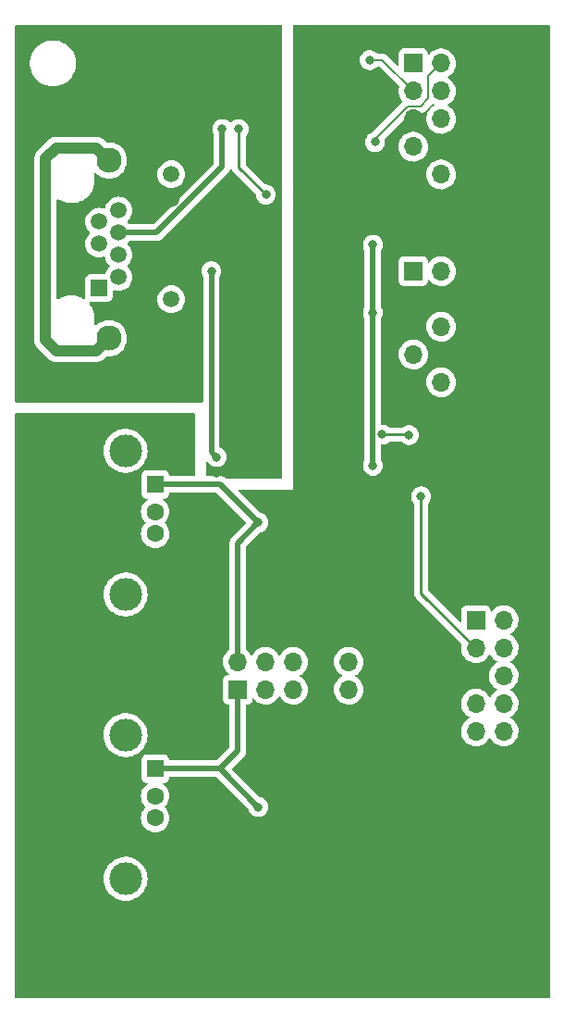
<source format=gbr>
G04 #@! TF.GenerationSoftware,KiCad,Pcbnew,6.0.5+dfsg-1~bpo11+1*
G04 #@! TF.CreationDate,2023-01-20T13:15:47+00:00*
G04 #@! TF.ProjectId,nascontrol-remote,6e617363-6f6e-4747-926f-6c2d72656d6f,rev?*
G04 #@! TF.SameCoordinates,Original*
G04 #@! TF.FileFunction,Copper,L2,Bot*
G04 #@! TF.FilePolarity,Positive*
%FSLAX46Y46*%
G04 Gerber Fmt 4.6, Leading zero omitted, Abs format (unit mm)*
G04 Created by KiCad (PCBNEW 6.0.5+dfsg-1~bpo11+1) date 2023-01-20 13:15:47*
%MOMM*%
%LPD*%
G01*
G04 APERTURE LIST*
G04 #@! TA.AperFunction,ComponentPad*
%ADD10C,6.400000*%
G04 #@! TD*
G04 #@! TA.AperFunction,ComponentPad*
%ADD11R,1.500000X1.600000*%
G04 #@! TD*
G04 #@! TA.AperFunction,ComponentPad*
%ADD12C,1.600000*%
G04 #@! TD*
G04 #@! TA.AperFunction,ComponentPad*
%ADD13C,3.000000*%
G04 #@! TD*
G04 #@! TA.AperFunction,ComponentPad*
%ADD14R,1.500000X1.500000*%
G04 #@! TD*
G04 #@! TA.AperFunction,ComponentPad*
%ADD15C,1.500000*%
G04 #@! TD*
G04 #@! TA.AperFunction,ComponentPad*
%ADD16C,2.300000*%
G04 #@! TD*
G04 #@! TA.AperFunction,ComponentPad*
%ADD17R,1.700000X1.700000*%
G04 #@! TD*
G04 #@! TA.AperFunction,ComponentPad*
%ADD18O,1.700000X1.700000*%
G04 #@! TD*
G04 #@! TA.AperFunction,ViaPad*
%ADD19C,0.800000*%
G04 #@! TD*
G04 #@! TA.AperFunction,Conductor*
%ADD20C,0.500000*%
G04 #@! TD*
G04 #@! TA.AperFunction,Conductor*
%ADD21C,1.000000*%
G04 #@! TD*
G04 #@! TA.AperFunction,Conductor*
%ADD22C,0.250000*%
G04 #@! TD*
G04 #@! TA.AperFunction,Conductor*
%ADD23C,0.200000*%
G04 #@! TD*
G04 APERTURE END LIST*
D10*
X104000000Y-146000000D03*
D11*
X113360000Y-128500000D03*
D12*
X113360000Y-131000000D03*
X113360000Y-133000000D03*
X113360000Y-135500000D03*
D13*
X110650000Y-125430000D03*
X110650000Y-138570000D03*
D14*
X108225000Y-84560000D03*
D15*
X110005000Y-83544000D03*
X108225000Y-82528000D03*
X110005000Y-81512000D03*
X108225000Y-80496000D03*
X110005000Y-79480000D03*
X108225000Y-78464000D03*
X110005000Y-77448000D03*
X114825000Y-87860000D03*
X114825000Y-85570000D03*
X114825000Y-76430000D03*
X114825000Y-74140000D03*
D16*
X109115000Y-89130000D03*
X109115000Y-72870000D03*
D17*
X142725000Y-114925000D03*
D18*
X145265000Y-114925000D03*
X142725000Y-117465000D03*
X145265000Y-117465000D03*
X142725000Y-120005000D03*
X145265000Y-120005000D03*
X142725000Y-122545000D03*
X145265000Y-122545000D03*
X142725000Y-125085000D03*
X145265000Y-125085000D03*
D17*
X137000000Y-64000000D03*
D18*
X139540000Y-64000000D03*
X137000000Y-66540000D03*
X139540000Y-66540000D03*
X137000000Y-69080000D03*
X139540000Y-69080000D03*
X137000000Y-71620000D03*
X139540000Y-71620000D03*
X137000000Y-74160000D03*
X139540000Y-74160000D03*
D17*
X120925000Y-121275000D03*
D18*
X120925000Y-118735000D03*
X123465000Y-121275000D03*
X123465000Y-118735000D03*
X126005000Y-121275000D03*
X126005000Y-118735000D03*
X128545000Y-121275000D03*
X128545000Y-118735000D03*
X131085000Y-121275000D03*
X131085000Y-118735000D03*
D17*
X137000000Y-83000000D03*
D18*
X139540000Y-83000000D03*
X137000000Y-85540000D03*
X139540000Y-85540000D03*
X137000000Y-88080000D03*
X139540000Y-88080000D03*
X137000000Y-90620000D03*
X139540000Y-90620000D03*
X137000000Y-93160000D03*
X139540000Y-93160000D03*
D11*
X113360000Y-102500000D03*
D12*
X113360000Y-105000000D03*
X113360000Y-107000000D03*
X113360000Y-109500000D03*
D13*
X110650000Y-99430000D03*
X110650000Y-112570000D03*
D19*
X119500000Y-70000000D03*
X118500000Y-83000000D03*
X119000000Y-100000000D03*
X123500000Y-89500000D03*
X123500000Y-82500000D03*
X108500000Y-94500000D03*
X105500000Y-79500000D03*
X112050000Y-90200000D03*
X118000000Y-62000000D03*
X112050000Y-81300000D03*
X114400000Y-83250000D03*
X119000000Y-101500000D03*
X123000000Y-69000000D03*
X101500000Y-75000000D03*
X101500000Y-85000000D03*
X111000000Y-94000000D03*
X109500000Y-92500000D03*
X114500000Y-65500000D03*
X115150000Y-80650000D03*
X113650000Y-92850000D03*
X124000000Y-68500000D03*
X124500000Y-96500000D03*
X109500000Y-62500000D03*
X103500000Y-69500000D03*
X120000000Y-90500000D03*
X119750000Y-85600000D03*
X111050000Y-85900000D03*
X133300000Y-100800000D03*
X133300000Y-86800000D03*
X122800000Y-106000000D03*
X133300000Y-80600000D03*
X115200000Y-132000000D03*
X116900000Y-132000000D03*
X116900000Y-106000000D03*
X115200000Y-106000000D03*
X137700000Y-103600000D03*
X133500000Y-71200000D03*
X133000000Y-63700000D03*
X122800000Y-132000000D03*
X121000000Y-70000000D03*
X123500000Y-76000000D03*
X134161166Y-97938834D03*
X136600000Y-98000000D03*
D20*
X113471366Y-79480000D02*
X110005000Y-79480000D01*
X118500000Y-83000000D02*
X118500000Y-99500000D01*
X118500000Y-99500000D02*
X119000000Y-100000000D01*
X119500000Y-73451366D02*
X113471366Y-79480000D01*
X119500000Y-70000000D02*
X119500000Y-73451366D01*
X133300000Y-86800000D02*
X133300000Y-100800000D01*
X120925000Y-107875000D02*
X122800000Y-106000000D01*
X113360000Y-102500000D02*
X119300000Y-102500000D01*
X119300000Y-102500000D02*
X122800000Y-106000000D01*
X133300000Y-80600000D02*
X133300000Y-86800000D01*
X120925000Y-118735000D02*
X120925000Y-107875000D01*
D21*
X109115000Y-72870000D02*
X107965000Y-71720000D01*
X104280000Y-71720000D02*
X103310479Y-72689521D01*
X103310479Y-72689521D02*
X103310479Y-89310479D01*
X107965000Y-71720000D02*
X104280000Y-71720000D01*
X104280000Y-90280000D02*
X107965000Y-90280000D01*
X103310479Y-89310479D02*
X104280000Y-90280000D01*
X107965000Y-90280000D02*
X109115000Y-89130000D01*
D22*
X137700000Y-112440000D02*
X142725000Y-117465000D01*
X137700000Y-103600000D02*
X137700000Y-112440000D01*
D23*
X138390489Y-65149511D02*
X138390489Y-67209511D01*
X133500000Y-70900000D02*
X133500000Y-71200000D01*
X138390489Y-67209511D02*
X137669511Y-67930489D01*
X139540000Y-64000000D02*
X138390489Y-65149511D01*
X137669511Y-67930489D02*
X136469511Y-67930489D01*
X136469511Y-67930489D02*
X133500000Y-70900000D01*
X133000000Y-63700000D02*
X134160000Y-63700000D01*
X134160000Y-63700000D02*
X137000000Y-66540000D01*
D20*
X113360000Y-128500000D02*
X119300000Y-128500000D01*
X119300000Y-128500000D02*
X122800000Y-132000000D01*
X120925000Y-126875000D02*
X119300000Y-128500000D01*
X120925000Y-121275000D02*
X120925000Y-126875000D01*
D22*
X121000000Y-73500000D02*
X123500000Y-76000000D01*
X121000000Y-70000000D02*
X121000000Y-73500000D01*
X134161166Y-97938834D02*
X136561166Y-97938834D01*
G04 #@! TA.AperFunction,Conductor*
G36*
X149477648Y-60522352D02*
G01*
X149492000Y-60557000D01*
X149492000Y-149443000D01*
X149477648Y-149477648D01*
X149443000Y-149492000D01*
X100557000Y-149492000D01*
X100522352Y-149477648D01*
X100508000Y-149443000D01*
X100508000Y-138548918D01*
X108636917Y-138548918D01*
X108652682Y-138822320D01*
X108705405Y-139091053D01*
X108705943Y-139092625D01*
X108705944Y-139092628D01*
X108725671Y-139150244D01*
X108794112Y-139350144D01*
X108917160Y-139594799D01*
X109072274Y-139820490D01*
X109256582Y-140023043D01*
X109257856Y-140024109D01*
X109257860Y-140024112D01*
X109465395Y-140197637D01*
X109466675Y-140198707D01*
X109698664Y-140344234D01*
X109700173Y-140344915D01*
X109700178Y-140344918D01*
X109840459Y-140408257D01*
X109948257Y-140456930D01*
X109949843Y-140457400D01*
X109949849Y-140457402D01*
X110074080Y-140494200D01*
X110210836Y-140534709D01*
X110212485Y-140534961D01*
X110212488Y-140534962D01*
X110291878Y-140547110D01*
X110481540Y-140576132D01*
X110604557Y-140578065D01*
X110753691Y-140580408D01*
X110753695Y-140580408D01*
X110755362Y-140580434D01*
X110810313Y-140573784D01*
X111025578Y-140547735D01*
X111025585Y-140547734D01*
X111027235Y-140547534D01*
X111150128Y-140515294D01*
X111290516Y-140478464D01*
X111290521Y-140478462D01*
X111292127Y-140478041D01*
X111545136Y-140373241D01*
X111781582Y-140235073D01*
X111829326Y-140197637D01*
X111995776Y-140067124D01*
X111995780Y-140067120D01*
X111997089Y-140066094D01*
X112037773Y-140024112D01*
X112186510Y-139870627D01*
X112187669Y-139869431D01*
X112349795Y-139648723D01*
X112480468Y-139408054D01*
X112577269Y-139151877D01*
X112590839Y-139092628D01*
X112638035Y-138886559D01*
X112638036Y-138886553D01*
X112638407Y-138884933D01*
X112662751Y-138612161D01*
X112663193Y-138570000D01*
X112644567Y-138296778D01*
X112589032Y-138028612D01*
X112582432Y-138009974D01*
X112498175Y-137772039D01*
X112498172Y-137772031D01*
X112497617Y-137770465D01*
X112372013Y-137527112D01*
X112371053Y-137525747D01*
X112371050Y-137525741D01*
X112215511Y-137304432D01*
X112214545Y-137303057D01*
X112028125Y-137102445D01*
X111816205Y-136928990D01*
X111785753Y-136910329D01*
X111584136Y-136786778D01*
X111584130Y-136786775D01*
X111582704Y-136785901D01*
X111562635Y-136777091D01*
X111478242Y-136740045D01*
X111331945Y-136675825D01*
X111176929Y-136631668D01*
X111070175Y-136601258D01*
X111070170Y-136601257D01*
X111068566Y-136600800D01*
X111066914Y-136600565D01*
X111066910Y-136600564D01*
X110799105Y-136562449D01*
X110799097Y-136562448D01*
X110797443Y-136562213D01*
X110795766Y-136562204D01*
X110795763Y-136562204D01*
X110665412Y-136561522D01*
X110523591Y-136560780D01*
X110521938Y-136560998D01*
X110521932Y-136560998D01*
X110387835Y-136578652D01*
X110252078Y-136596525D01*
X109987928Y-136668788D01*
X109986398Y-136669440D01*
X109986391Y-136669443D01*
X109737565Y-136775577D01*
X109737562Y-136775579D01*
X109736030Y-136776232D01*
X109501043Y-136916868D01*
X109499748Y-136917906D01*
X109499743Y-136917909D01*
X109288622Y-137087049D01*
X109287318Y-137088094D01*
X109098808Y-137286742D01*
X108939002Y-137509136D01*
X108810857Y-137751161D01*
X108716743Y-138008337D01*
X108658404Y-138275907D01*
X108636917Y-138548918D01*
X100508000Y-138548918D01*
X100508000Y-125408918D01*
X108636917Y-125408918D01*
X108652682Y-125682320D01*
X108664641Y-125743275D01*
X108693743Y-125891609D01*
X108705405Y-125951053D01*
X108705943Y-125952625D01*
X108705944Y-125952628D01*
X108791545Y-126202645D01*
X108794112Y-126210144D01*
X108794866Y-126211643D01*
X108912985Y-126446497D01*
X108917160Y-126454799D01*
X109072274Y-126680490D01*
X109256582Y-126883043D01*
X109257856Y-126884109D01*
X109257860Y-126884112D01*
X109448246Y-127043298D01*
X109466675Y-127058707D01*
X109698664Y-127204234D01*
X109700173Y-127204915D01*
X109700178Y-127204918D01*
X109795944Y-127248158D01*
X109948257Y-127316930D01*
X109949843Y-127317400D01*
X109949849Y-127317402D01*
X110074080Y-127354200D01*
X110210836Y-127394709D01*
X110212485Y-127394961D01*
X110212488Y-127394962D01*
X110291878Y-127407110D01*
X110481540Y-127436132D01*
X110604557Y-127438065D01*
X110753691Y-127440408D01*
X110753695Y-127440408D01*
X110755362Y-127440434D01*
X110830528Y-127431338D01*
X111025578Y-127407735D01*
X111025585Y-127407734D01*
X111027235Y-127407534D01*
X111150128Y-127375294D01*
X111290516Y-127338464D01*
X111290521Y-127338462D01*
X111292127Y-127338041D01*
X111545136Y-127233241D01*
X111781582Y-127095073D01*
X111849742Y-127041629D01*
X111995776Y-126927124D01*
X111995780Y-126927120D01*
X111997089Y-126926094D01*
X112037773Y-126884112D01*
X112186510Y-126730627D01*
X112187669Y-126729431D01*
X112349795Y-126508723D01*
X112480468Y-126268054D01*
X112577269Y-126011877D01*
X112590839Y-125952628D01*
X112638035Y-125746559D01*
X112638036Y-125746553D01*
X112638407Y-125744933D01*
X112662751Y-125472161D01*
X112663193Y-125430000D01*
X112644567Y-125156778D01*
X112589032Y-124888612D01*
X112582432Y-124869974D01*
X112498175Y-124632039D01*
X112498172Y-124632031D01*
X112497617Y-124630465D01*
X112372013Y-124387112D01*
X112371053Y-124385747D01*
X112371050Y-124385741D01*
X112276909Y-124251792D01*
X112214545Y-124163057D01*
X112144845Y-124088051D01*
X112029258Y-123963664D01*
X112029256Y-123963662D01*
X112028125Y-123962445D01*
X111863046Y-123827329D01*
X111817498Y-123790048D01*
X111817495Y-123790046D01*
X111816205Y-123788990D01*
X111784788Y-123769738D01*
X111584136Y-123646778D01*
X111584130Y-123646775D01*
X111582704Y-123645901D01*
X111562635Y-123637091D01*
X111443415Y-123584757D01*
X111331945Y-123535825D01*
X111176929Y-123491668D01*
X111070175Y-123461258D01*
X111070170Y-123461257D01*
X111068566Y-123460800D01*
X111066914Y-123460565D01*
X111066910Y-123460564D01*
X110799105Y-123422449D01*
X110799097Y-123422448D01*
X110797443Y-123422213D01*
X110795766Y-123422204D01*
X110795763Y-123422204D01*
X110665412Y-123421522D01*
X110523591Y-123420780D01*
X110521938Y-123420998D01*
X110521932Y-123420998D01*
X110387835Y-123438652D01*
X110252078Y-123456525D01*
X109987928Y-123528788D01*
X109986398Y-123529440D01*
X109986391Y-123529443D01*
X109737565Y-123635577D01*
X109737562Y-123635579D01*
X109736030Y-123636232D01*
X109501043Y-123776868D01*
X109499748Y-123777906D01*
X109499743Y-123777909D01*
X109396563Y-123860572D01*
X109287318Y-123948094D01*
X109098808Y-124146742D01*
X108939002Y-124369136D01*
X108810857Y-124611161D01*
X108716743Y-124868337D01*
X108658404Y-125135907D01*
X108658273Y-125137570D01*
X108658273Y-125137571D01*
X108647325Y-125276679D01*
X108636917Y-125408918D01*
X100508000Y-125408918D01*
X100508000Y-112548918D01*
X108636917Y-112548918D01*
X108652682Y-112822320D01*
X108705405Y-113091053D01*
X108705943Y-113092625D01*
X108705944Y-113092628D01*
X108725671Y-113150244D01*
X108794112Y-113350144D01*
X108794866Y-113351643D01*
X108906325Y-113573255D01*
X108917160Y-113594799D01*
X108918107Y-113596176D01*
X108918107Y-113596177D01*
X108936651Y-113623158D01*
X109072274Y-113820490D01*
X109256582Y-114023043D01*
X109257856Y-114024109D01*
X109257860Y-114024112D01*
X109391123Y-114135536D01*
X109466675Y-114198707D01*
X109698664Y-114344234D01*
X109700173Y-114344915D01*
X109700178Y-114344918D01*
X109840459Y-114408257D01*
X109948257Y-114456930D01*
X109949843Y-114457400D01*
X109949849Y-114457402D01*
X110039165Y-114483858D01*
X110210836Y-114534709D01*
X110212485Y-114534961D01*
X110212488Y-114534962D01*
X110291878Y-114547110D01*
X110481540Y-114576132D01*
X110604557Y-114578065D01*
X110753691Y-114580408D01*
X110753695Y-114580408D01*
X110755362Y-114580434D01*
X110810313Y-114573784D01*
X111025578Y-114547735D01*
X111025585Y-114547734D01*
X111027235Y-114547534D01*
X111150128Y-114515294D01*
X111290516Y-114478464D01*
X111290521Y-114478462D01*
X111292127Y-114478041D01*
X111545136Y-114373241D01*
X111781582Y-114235073D01*
X111829326Y-114197637D01*
X111995776Y-114067124D01*
X111995780Y-114067120D01*
X111997089Y-114066094D01*
X112037773Y-114024112D01*
X112186510Y-113870627D01*
X112187669Y-113869431D01*
X112349795Y-113648723D01*
X112480468Y-113408054D01*
X112577269Y-113151877D01*
X112590839Y-113092628D01*
X112638035Y-112886559D01*
X112638036Y-112886553D01*
X112638407Y-112884933D01*
X112662751Y-112612161D01*
X112663193Y-112570000D01*
X112661140Y-112539889D01*
X112644680Y-112298433D01*
X112644680Y-112298430D01*
X112644567Y-112296778D01*
X112589032Y-112028612D01*
X112582432Y-112009974D01*
X112498175Y-111772039D01*
X112498172Y-111772031D01*
X112497617Y-111770465D01*
X112372013Y-111527112D01*
X112371053Y-111525747D01*
X112371050Y-111525741D01*
X112215511Y-111304432D01*
X112214545Y-111303057D01*
X112028125Y-111102445D01*
X111816205Y-110928990D01*
X111785753Y-110910329D01*
X111584136Y-110786778D01*
X111584130Y-110786775D01*
X111582704Y-110785901D01*
X111562635Y-110777091D01*
X111478242Y-110740045D01*
X111331945Y-110675825D01*
X111176929Y-110631668D01*
X111070175Y-110601258D01*
X111070170Y-110601257D01*
X111068566Y-110600800D01*
X111066914Y-110600565D01*
X111066910Y-110600564D01*
X110799105Y-110562449D01*
X110799097Y-110562448D01*
X110797443Y-110562213D01*
X110795766Y-110562204D01*
X110795763Y-110562204D01*
X110665412Y-110561522D01*
X110523591Y-110560780D01*
X110521938Y-110560998D01*
X110521932Y-110560998D01*
X110387835Y-110578652D01*
X110252078Y-110596525D01*
X109987928Y-110668788D01*
X109986398Y-110669440D01*
X109986391Y-110669443D01*
X109737565Y-110775577D01*
X109737562Y-110775579D01*
X109736030Y-110776232D01*
X109501043Y-110916868D01*
X109499748Y-110917906D01*
X109499743Y-110917909D01*
X109288622Y-111087049D01*
X109287318Y-111088094D01*
X109098808Y-111286742D01*
X108939002Y-111509136D01*
X108810857Y-111751161D01*
X108716743Y-112008337D01*
X108658404Y-112275907D01*
X108658273Y-112277570D01*
X108658273Y-112277571D01*
X108637628Y-112539889D01*
X108636917Y-112548918D01*
X100508000Y-112548918D01*
X100508000Y-99408918D01*
X108636917Y-99408918D01*
X108652682Y-99682320D01*
X108705405Y-99951053D01*
X108705943Y-99952625D01*
X108705944Y-99952628D01*
X108783063Y-100177872D01*
X108794112Y-100210144D01*
X108917160Y-100454799D01*
X109072274Y-100680490D01*
X109256582Y-100883043D01*
X109257856Y-100884109D01*
X109257860Y-100884112D01*
X109387334Y-100992368D01*
X109466675Y-101058707D01*
X109698664Y-101204234D01*
X109700173Y-101204915D01*
X109700178Y-101204918D01*
X109795944Y-101248158D01*
X109948257Y-101316930D01*
X109949843Y-101317400D01*
X109949849Y-101317402D01*
X110074080Y-101354200D01*
X110210836Y-101394709D01*
X110212485Y-101394961D01*
X110212488Y-101394962D01*
X110291878Y-101407110D01*
X110481540Y-101436132D01*
X110604557Y-101438065D01*
X110753691Y-101440408D01*
X110753695Y-101440408D01*
X110755362Y-101440434D01*
X110810313Y-101433784D01*
X111025578Y-101407735D01*
X111025585Y-101407734D01*
X111027235Y-101407534D01*
X111150128Y-101375294D01*
X111290516Y-101338464D01*
X111290521Y-101338462D01*
X111292127Y-101338041D01*
X111545136Y-101233241D01*
X111781582Y-101095073D01*
X111912567Y-100992368D01*
X111995776Y-100927124D01*
X111995780Y-100927120D01*
X111997089Y-100926094D01*
X112037773Y-100884112D01*
X112186510Y-100730627D01*
X112187669Y-100729431D01*
X112349795Y-100508723D01*
X112480468Y-100268054D01*
X112577269Y-100011877D01*
X112590839Y-99952628D01*
X112638035Y-99746559D01*
X112638036Y-99746553D01*
X112638407Y-99744933D01*
X112662751Y-99472161D01*
X112663193Y-99430000D01*
X112661643Y-99407261D01*
X112644680Y-99158433D01*
X112644680Y-99158430D01*
X112644567Y-99156778D01*
X112589032Y-98888612D01*
X112582203Y-98869327D01*
X112498175Y-98632039D01*
X112498172Y-98632031D01*
X112497617Y-98630465D01*
X112372013Y-98387112D01*
X112371053Y-98385747D01*
X112371050Y-98385741D01*
X112215511Y-98164432D01*
X112214545Y-98163057D01*
X112028125Y-97962445D01*
X111816205Y-97788990D01*
X111785753Y-97770329D01*
X111584136Y-97646778D01*
X111584130Y-97646775D01*
X111582704Y-97645901D01*
X111562635Y-97637091D01*
X111478242Y-97600045D01*
X111331945Y-97535825D01*
X111176929Y-97491668D01*
X111070175Y-97461258D01*
X111070170Y-97461257D01*
X111068566Y-97460800D01*
X111066914Y-97460565D01*
X111066910Y-97460564D01*
X110799105Y-97422449D01*
X110799097Y-97422448D01*
X110797443Y-97422213D01*
X110795766Y-97422204D01*
X110795763Y-97422204D01*
X110665412Y-97421522D01*
X110523591Y-97420780D01*
X110521938Y-97420998D01*
X110521932Y-97420998D01*
X110387834Y-97438653D01*
X110252078Y-97456525D01*
X109987928Y-97528788D01*
X109986398Y-97529440D01*
X109986391Y-97529443D01*
X109737565Y-97635577D01*
X109737562Y-97635579D01*
X109736030Y-97636232D01*
X109501043Y-97776868D01*
X109499748Y-97777906D01*
X109499743Y-97777909D01*
X109456413Y-97812623D01*
X109287318Y-97948094D01*
X109098808Y-98146742D01*
X108939002Y-98369136D01*
X108810857Y-98611161D01*
X108767937Y-98728444D01*
X108724988Y-98845808D01*
X108716743Y-98868337D01*
X108658404Y-99135907D01*
X108658273Y-99137570D01*
X108658273Y-99137571D01*
X108652661Y-99208882D01*
X108636917Y-99408918D01*
X100508000Y-99408918D01*
X100508000Y-96049000D01*
X100522352Y-96014352D01*
X100557000Y-96000000D01*
X116951000Y-96000000D01*
X116985648Y-96014352D01*
X117000000Y-96049000D01*
X117000000Y-101692500D01*
X116985648Y-101727148D01*
X116951000Y-101741500D01*
X114667500Y-101741500D01*
X114632852Y-101727148D01*
X114618500Y-101692500D01*
X114618500Y-101651866D01*
X114611745Y-101589684D01*
X114570766Y-101480371D01*
X114561842Y-101456567D01*
X114561841Y-101456565D01*
X114560615Y-101453295D01*
X114547563Y-101435879D01*
X114475355Y-101339533D01*
X114473261Y-101336739D01*
X114356705Y-101249385D01*
X114353435Y-101248159D01*
X114353433Y-101248158D01*
X114223190Y-101199332D01*
X114223187Y-101199331D01*
X114220316Y-101198255D01*
X114217266Y-101197924D01*
X114217263Y-101197923D01*
X114190067Y-101194969D01*
X114158134Y-101191500D01*
X112561866Y-101191500D01*
X112529933Y-101194969D01*
X112502737Y-101197923D01*
X112502734Y-101197924D01*
X112499684Y-101198255D01*
X112496813Y-101199331D01*
X112496810Y-101199332D01*
X112366567Y-101248158D01*
X112366565Y-101248159D01*
X112363295Y-101249385D01*
X112246739Y-101336739D01*
X112244645Y-101339533D01*
X112172438Y-101435879D01*
X112159385Y-101453295D01*
X112158159Y-101456565D01*
X112158158Y-101456567D01*
X112149235Y-101480371D01*
X112108255Y-101589684D01*
X112101500Y-101651866D01*
X112101500Y-103348134D01*
X112108255Y-103410316D01*
X112159385Y-103546705D01*
X112161480Y-103549501D01*
X112161481Y-103549502D01*
X112244645Y-103660467D01*
X112246739Y-103663261D01*
X112363295Y-103750615D01*
X112366565Y-103751841D01*
X112366567Y-103751842D01*
X112496810Y-103800668D01*
X112496813Y-103800669D01*
X112499684Y-103801745D01*
X112502734Y-103802076D01*
X112502737Y-103802077D01*
X112529933Y-103805031D01*
X112561866Y-103808500D01*
X112624931Y-103808500D01*
X112659579Y-103822852D01*
X112673931Y-103857500D01*
X112659579Y-103892148D01*
X112653036Y-103897638D01*
X112515700Y-103993802D01*
X112353802Y-104155700D01*
X112352572Y-104157457D01*
X112352570Y-104157459D01*
X112223703Y-104341500D01*
X112222477Y-104343251D01*
X112125716Y-104550757D01*
X112066457Y-104771913D01*
X112046502Y-105000000D01*
X112046688Y-105002126D01*
X112064909Y-105210390D01*
X112066457Y-105228087D01*
X112125716Y-105449243D01*
X112222477Y-105656749D01*
X112223703Y-105658499D01*
X112223703Y-105658500D01*
X112328127Y-105807632D01*
X112353802Y-105844300D01*
X112474854Y-105965352D01*
X112489206Y-106000000D01*
X112474854Y-106034648D01*
X112353802Y-106155700D01*
X112352572Y-106157457D01*
X112352570Y-106157459D01*
X112223703Y-106341500D01*
X112222477Y-106343251D01*
X112125716Y-106550757D01*
X112066457Y-106771913D01*
X112066271Y-106774040D01*
X112066270Y-106774045D01*
X112046688Y-106997874D01*
X112046502Y-107000000D01*
X112066457Y-107228087D01*
X112067012Y-107230157D01*
X112067012Y-107230159D01*
X112101575Y-107359147D01*
X112125716Y-107449243D01*
X112222477Y-107656749D01*
X112223703Y-107658499D01*
X112223703Y-107658500D01*
X112327765Y-107807115D01*
X112353802Y-107844300D01*
X112515700Y-108006198D01*
X112703251Y-108137523D01*
X112705185Y-108138425D01*
X112705187Y-108138426D01*
X112794202Y-108179934D01*
X112910757Y-108234284D01*
X112912822Y-108234837D01*
X112912824Y-108234838D01*
X113129841Y-108292988D01*
X113129843Y-108292988D01*
X113131913Y-108293543D01*
X113134040Y-108293729D01*
X113134045Y-108293730D01*
X113357874Y-108313312D01*
X113360000Y-108313498D01*
X113362126Y-108313312D01*
X113585955Y-108293730D01*
X113585960Y-108293729D01*
X113588087Y-108293543D01*
X113590157Y-108292988D01*
X113590159Y-108292988D01*
X113807176Y-108234838D01*
X113807178Y-108234837D01*
X113809243Y-108234284D01*
X113925798Y-108179934D01*
X114014813Y-108138426D01*
X114014815Y-108138425D01*
X114016749Y-108137523D01*
X114204300Y-108006198D01*
X114366198Y-107844300D01*
X114392236Y-107807115D01*
X114496297Y-107658500D01*
X114496297Y-107658499D01*
X114497523Y-107656749D01*
X114594284Y-107449243D01*
X114618425Y-107359147D01*
X114652988Y-107230159D01*
X114652988Y-107230157D01*
X114653543Y-107228087D01*
X114673498Y-107000000D01*
X114673312Y-106997874D01*
X114653730Y-106774045D01*
X114653729Y-106774040D01*
X114653543Y-106771913D01*
X114594284Y-106550757D01*
X114497523Y-106343251D01*
X114496297Y-106341500D01*
X114367430Y-106157459D01*
X114367428Y-106157457D01*
X114366198Y-106155700D01*
X114245146Y-106034648D01*
X114230794Y-106000000D01*
X114245146Y-105965352D01*
X114366198Y-105844300D01*
X114391874Y-105807632D01*
X114496297Y-105658500D01*
X114496297Y-105658499D01*
X114497523Y-105656749D01*
X114594284Y-105449243D01*
X114653543Y-105228087D01*
X114655092Y-105210390D01*
X114673312Y-105002126D01*
X114673498Y-105000000D01*
X114653543Y-104771913D01*
X114594284Y-104550757D01*
X114497523Y-104343251D01*
X114496297Y-104341500D01*
X114367430Y-104157459D01*
X114367428Y-104157457D01*
X114366198Y-104155700D01*
X114204300Y-103993802D01*
X114066964Y-103897638D01*
X114046813Y-103866009D01*
X114054931Y-103829395D01*
X114086560Y-103809244D01*
X114095069Y-103808500D01*
X114158134Y-103808500D01*
X114190067Y-103805031D01*
X114217263Y-103802077D01*
X114217266Y-103802076D01*
X114220316Y-103801745D01*
X114223187Y-103800669D01*
X114223190Y-103800668D01*
X114353433Y-103751842D01*
X114353435Y-103751841D01*
X114356705Y-103750615D01*
X114473261Y-103663261D01*
X114475355Y-103660467D01*
X114558519Y-103549502D01*
X114558520Y-103549501D01*
X114560615Y-103546705D01*
X114611745Y-103410316D01*
X114618500Y-103348134D01*
X114618500Y-103307500D01*
X114632852Y-103272852D01*
X114667500Y-103258500D01*
X118965523Y-103258500D01*
X119000171Y-103272852D01*
X121692671Y-105965352D01*
X121707023Y-106000000D01*
X121692671Y-106034648D01*
X120431966Y-107295353D01*
X120426361Y-107300170D01*
X120404182Y-107316492D01*
X120367944Y-107359147D01*
X120365249Y-107362070D01*
X120357340Y-107369979D01*
X120356459Y-107371093D01*
X120356456Y-107371096D01*
X120338878Y-107393315D01*
X120337825Y-107394600D01*
X120289667Y-107451285D01*
X120285778Y-107458901D01*
X120280571Y-107467011D01*
X120275266Y-107473716D01*
X120243784Y-107541076D01*
X120243057Y-107542565D01*
X120209231Y-107608808D01*
X120208555Y-107611572D01*
X120208554Y-107611574D01*
X120207200Y-107617108D01*
X120203994Y-107626213D01*
X120201584Y-107631368D01*
X120201582Y-107631374D01*
X120200378Y-107633950D01*
X120196039Y-107654813D01*
X120185246Y-107706702D01*
X120184877Y-107708337D01*
X120167192Y-107780610D01*
X120166500Y-107791764D01*
X120166500Y-107792507D01*
X120166476Y-107793281D01*
X120166347Y-107793277D01*
X120165473Y-107801764D01*
X120164360Y-107807115D01*
X120164437Y-107809963D01*
X120166482Y-107885556D01*
X120166500Y-107886881D01*
X120166500Y-117581130D01*
X120152148Y-117615778D01*
X120146920Y-117620315D01*
X120019965Y-117715635D01*
X119968845Y-117769129D01*
X119867017Y-117875685D01*
X119867014Y-117875689D01*
X119865629Y-117877138D01*
X119864501Y-117878791D01*
X119864499Y-117878794D01*
X119745382Y-118053414D01*
X119739743Y-118061680D01*
X119738898Y-118063501D01*
X119738896Y-118063504D01*
X119646536Y-118262477D01*
X119646534Y-118262482D01*
X119645688Y-118264305D01*
X119645150Y-118266245D01*
X119597678Y-118437423D01*
X119585989Y-118479570D01*
X119562251Y-118701695D01*
X119562366Y-118703691D01*
X119562366Y-118703694D01*
X119571876Y-118868627D01*
X119575110Y-118924715D01*
X119624222Y-119142639D01*
X119708266Y-119349616D01*
X119824987Y-119540088D01*
X119971250Y-119708938D01*
X120052235Y-119776173D01*
X120116828Y-119829799D01*
X120134319Y-119862974D01*
X120123229Y-119898800D01*
X120090054Y-119916291D01*
X120085528Y-119916500D01*
X120026866Y-119916500D01*
X119994933Y-119919969D01*
X119967737Y-119922923D01*
X119967734Y-119922924D01*
X119964684Y-119923255D01*
X119961813Y-119924331D01*
X119961810Y-119924332D01*
X119831567Y-119973158D01*
X119831565Y-119973159D01*
X119828295Y-119974385D01*
X119825499Y-119976480D01*
X119825498Y-119976481D01*
X119731887Y-120046639D01*
X119711739Y-120061739D01*
X119709645Y-120064533D01*
X119654115Y-120138627D01*
X119624385Y-120178295D01*
X119623159Y-120181565D01*
X119623158Y-120181567D01*
X119595392Y-120255635D01*
X119573255Y-120314684D01*
X119566500Y-120376866D01*
X119566500Y-122173134D01*
X119573255Y-122235316D01*
X119574331Y-122238187D01*
X119574332Y-122238190D01*
X119623158Y-122368433D01*
X119624385Y-122371705D01*
X119626480Y-122374501D01*
X119626481Y-122374502D01*
X119679114Y-122444730D01*
X119711739Y-122488261D01*
X119714533Y-122490355D01*
X119787446Y-122545000D01*
X119828295Y-122575615D01*
X119831565Y-122576841D01*
X119831567Y-122576842D01*
X119961810Y-122625668D01*
X119961813Y-122625669D01*
X119964684Y-122626745D01*
X119967734Y-122627076D01*
X119967737Y-122627077D01*
X119994933Y-122630031D01*
X120026866Y-122633500D01*
X120117500Y-122633500D01*
X120152148Y-122647852D01*
X120166500Y-122682500D01*
X120166500Y-126540523D01*
X120152148Y-126575171D01*
X119000171Y-127727148D01*
X118965523Y-127741500D01*
X114667500Y-127741500D01*
X114632852Y-127727148D01*
X114618500Y-127692500D01*
X114618500Y-127651866D01*
X114611745Y-127589684D01*
X114560615Y-127453295D01*
X114547563Y-127435879D01*
X114475355Y-127339533D01*
X114473261Y-127336739D01*
X114419153Y-127296187D01*
X114359502Y-127251481D01*
X114359501Y-127251480D01*
X114356705Y-127249385D01*
X114353435Y-127248159D01*
X114353433Y-127248158D01*
X114223190Y-127199332D01*
X114223187Y-127199331D01*
X114220316Y-127198255D01*
X114217266Y-127197924D01*
X114217263Y-127197923D01*
X114190067Y-127194969D01*
X114158134Y-127191500D01*
X112561866Y-127191500D01*
X112529933Y-127194969D01*
X112502737Y-127197923D01*
X112502734Y-127197924D01*
X112499684Y-127198255D01*
X112496813Y-127199331D01*
X112496810Y-127199332D01*
X112366567Y-127248158D01*
X112366565Y-127248159D01*
X112363295Y-127249385D01*
X112360499Y-127251480D01*
X112360498Y-127251481D01*
X112300847Y-127296187D01*
X112246739Y-127336739D01*
X112244645Y-127339533D01*
X112172438Y-127435879D01*
X112159385Y-127453295D01*
X112108255Y-127589684D01*
X112101500Y-127651866D01*
X112101500Y-129348134D01*
X112108255Y-129410316D01*
X112159385Y-129546705D01*
X112246739Y-129663261D01*
X112363295Y-129750615D01*
X112366565Y-129751841D01*
X112366567Y-129751842D01*
X112496810Y-129800668D01*
X112496813Y-129800669D01*
X112499684Y-129801745D01*
X112502734Y-129802076D01*
X112502737Y-129802077D01*
X112529933Y-129805031D01*
X112561866Y-129808500D01*
X112624931Y-129808500D01*
X112659579Y-129822852D01*
X112673931Y-129857500D01*
X112659579Y-129892148D01*
X112653036Y-129897638D01*
X112515700Y-129993802D01*
X112353802Y-130155700D01*
X112222477Y-130343251D01*
X112125716Y-130550757D01*
X112066457Y-130771913D01*
X112046502Y-131000000D01*
X112046688Y-131002126D01*
X112064909Y-131210390D01*
X112066457Y-131228087D01*
X112125716Y-131449243D01*
X112222477Y-131656749D01*
X112223703Y-131658499D01*
X112223703Y-131658500D01*
X112328127Y-131807632D01*
X112353802Y-131844300D01*
X112474854Y-131965352D01*
X112489206Y-132000000D01*
X112474854Y-132034648D01*
X112353802Y-132155700D01*
X112352572Y-132157457D01*
X112352570Y-132157459D01*
X112328126Y-132192369D01*
X112222477Y-132343251D01*
X112125716Y-132550757D01*
X112066457Y-132771913D01*
X112066271Y-132774040D01*
X112066270Y-132774045D01*
X112064685Y-132792162D01*
X112046502Y-133000000D01*
X112066457Y-133228087D01*
X112125716Y-133449243D01*
X112222477Y-133656749D01*
X112353802Y-133844300D01*
X112515700Y-134006198D01*
X112703251Y-134137523D01*
X112705185Y-134138425D01*
X112705187Y-134138426D01*
X112794202Y-134179934D01*
X112910757Y-134234284D01*
X112912822Y-134234837D01*
X112912824Y-134234838D01*
X113129841Y-134292988D01*
X113129843Y-134292988D01*
X113131913Y-134293543D01*
X113134040Y-134293729D01*
X113134045Y-134293730D01*
X113357874Y-134313312D01*
X113360000Y-134313498D01*
X113362126Y-134313312D01*
X113585955Y-134293730D01*
X113585960Y-134293729D01*
X113588087Y-134293543D01*
X113590157Y-134292988D01*
X113590159Y-134292988D01*
X113807176Y-134234838D01*
X113807178Y-134234837D01*
X113809243Y-134234284D01*
X113925798Y-134179934D01*
X114014813Y-134138426D01*
X114014815Y-134138425D01*
X114016749Y-134137523D01*
X114204300Y-134006198D01*
X114366198Y-133844300D01*
X114497523Y-133656749D01*
X114594284Y-133449243D01*
X114653543Y-133228087D01*
X114673498Y-133000000D01*
X114655315Y-132792162D01*
X114653730Y-132774045D01*
X114653729Y-132774040D01*
X114653543Y-132771913D01*
X114594284Y-132550757D01*
X114497523Y-132343251D01*
X114391874Y-132192369D01*
X114367430Y-132157459D01*
X114367428Y-132157457D01*
X114366198Y-132155700D01*
X114245146Y-132034648D01*
X114230794Y-132000000D01*
X114245146Y-131965352D01*
X114366198Y-131844300D01*
X114391874Y-131807632D01*
X114496297Y-131658500D01*
X114496297Y-131658499D01*
X114497523Y-131656749D01*
X114594284Y-131449243D01*
X114653543Y-131228087D01*
X114655092Y-131210390D01*
X114673312Y-131002126D01*
X114673498Y-131000000D01*
X114653543Y-130771913D01*
X114594284Y-130550757D01*
X114497523Y-130343251D01*
X114366198Y-130155700D01*
X114204300Y-129993802D01*
X114066964Y-129897638D01*
X114046813Y-129866009D01*
X114054931Y-129829395D01*
X114086560Y-129809244D01*
X114095069Y-129808500D01*
X114158134Y-129808500D01*
X114190067Y-129805031D01*
X114217263Y-129802077D01*
X114217266Y-129802076D01*
X114220316Y-129801745D01*
X114223187Y-129800669D01*
X114223190Y-129800668D01*
X114353433Y-129751842D01*
X114353435Y-129751841D01*
X114356705Y-129750615D01*
X114473261Y-129663261D01*
X114560615Y-129546705D01*
X114611745Y-129410316D01*
X114618500Y-129348134D01*
X114618500Y-129307500D01*
X114632852Y-129272852D01*
X114667500Y-129258500D01*
X118965523Y-129258500D01*
X119000171Y-129272852D01*
X121893630Y-132166311D01*
X121906455Y-132189929D01*
X121906458Y-132189928D01*
X121906463Y-132189945D01*
X121906464Y-132189947D01*
X121965473Y-132371556D01*
X122060960Y-132536944D01*
X122062681Y-132538856D01*
X122062683Y-132538858D01*
X122187031Y-132676961D01*
X122187035Y-132676964D01*
X122188747Y-132678866D01*
X122190816Y-132680369D01*
X122190818Y-132680371D01*
X122319749Y-132774045D01*
X122343248Y-132791118D01*
X122517712Y-132868794D01*
X122611113Y-132888647D01*
X122702004Y-132907967D01*
X122702007Y-132907967D01*
X122704513Y-132908500D01*
X122895487Y-132908500D01*
X122897993Y-132907967D01*
X122897996Y-132907967D01*
X122988887Y-132888647D01*
X123082288Y-132868794D01*
X123256752Y-132791118D01*
X123280251Y-132774045D01*
X123409182Y-132680371D01*
X123409184Y-132680369D01*
X123411253Y-132678866D01*
X123412965Y-132676964D01*
X123412969Y-132676961D01*
X123537317Y-132538858D01*
X123537319Y-132538856D01*
X123539040Y-132536944D01*
X123634527Y-132371556D01*
X123693542Y-132189928D01*
X123713504Y-132000000D01*
X123693542Y-131810072D01*
X123634527Y-131628444D01*
X123539040Y-131463056D01*
X123524742Y-131447176D01*
X123412969Y-131323039D01*
X123412965Y-131323036D01*
X123411253Y-131321134D01*
X123286038Y-131230159D01*
X123258828Y-131210390D01*
X123258826Y-131210389D01*
X123256752Y-131208882D01*
X123082288Y-131131206D01*
X122996920Y-131113060D01*
X122972461Y-131099780D01*
X120407329Y-128534648D01*
X120392977Y-128500000D01*
X120407329Y-128465352D01*
X121418034Y-127454647D01*
X121423639Y-127449830D01*
X121445818Y-127433508D01*
X121482057Y-127390852D01*
X121484751Y-127387930D01*
X121492660Y-127380021D01*
X121511131Y-127356674D01*
X121512175Y-127355400D01*
X121560333Y-127298715D01*
X121564222Y-127291099D01*
X121569430Y-127282988D01*
X121572966Y-127278519D01*
X121572967Y-127278518D01*
X121574734Y-127276284D01*
X121606216Y-127208924D01*
X121606943Y-127207435D01*
X121640769Y-127141192D01*
X121642800Y-127132892D01*
X121646006Y-127123787D01*
X121648416Y-127118632D01*
X121648418Y-127118626D01*
X121649622Y-127116050D01*
X121664759Y-127043275D01*
X121665123Y-127041663D01*
X121682808Y-126969390D01*
X121683500Y-126958236D01*
X121683500Y-126957493D01*
X121683524Y-126956719D01*
X121683653Y-126956723D01*
X121684527Y-126948236D01*
X121685060Y-126945675D01*
X121685060Y-126945673D01*
X121685640Y-126942885D01*
X121683518Y-126864444D01*
X121683500Y-126863119D01*
X121683500Y-122682500D01*
X121697852Y-122647852D01*
X121732500Y-122633500D01*
X121823134Y-122633500D01*
X121855067Y-122630031D01*
X121882263Y-122627077D01*
X121882266Y-122627076D01*
X121885316Y-122626745D01*
X121888187Y-122625669D01*
X121888190Y-122625668D01*
X122018433Y-122576842D01*
X122018435Y-122576841D01*
X122021705Y-122575615D01*
X122062555Y-122545000D01*
X122135467Y-122490355D01*
X122138261Y-122488261D01*
X122170886Y-122444730D01*
X122223519Y-122374502D01*
X122223520Y-122374501D01*
X122225615Y-122371705D01*
X122226842Y-122368433D01*
X122275668Y-122238190D01*
X122275669Y-122238187D01*
X122276745Y-122235316D01*
X122283500Y-122173134D01*
X122283500Y-122117423D01*
X122297852Y-122082775D01*
X122332500Y-122068423D01*
X122369537Y-122085341D01*
X122388864Y-122107652D01*
X122511250Y-122248938D01*
X122592235Y-122316173D01*
X122662493Y-122374502D01*
X122683126Y-122391632D01*
X122684856Y-122392643D01*
X122684859Y-122392645D01*
X122813353Y-122467730D01*
X122876000Y-122504338D01*
X123084692Y-122584030D01*
X123086665Y-122584431D01*
X123086667Y-122584432D01*
X123289348Y-122625668D01*
X123303597Y-122628567D01*
X123305602Y-122628641D01*
X123305606Y-122628641D01*
X123457048Y-122634194D01*
X123526837Y-122636753D01*
X123602370Y-122627077D01*
X123746419Y-122608624D01*
X123746421Y-122608624D01*
X123748416Y-122608368D01*
X123750343Y-122607790D01*
X123750347Y-122607789D01*
X123960459Y-122544752D01*
X123960464Y-122544750D01*
X123962384Y-122544174D01*
X124072242Y-122490355D01*
X124161188Y-122446781D01*
X124161190Y-122446780D01*
X124162994Y-122445896D01*
X124344860Y-122316173D01*
X124411049Y-122250215D01*
X124501672Y-122159909D01*
X124501677Y-122159903D01*
X124503096Y-122158489D01*
X124504268Y-122156857D01*
X124504273Y-122156852D01*
X124632281Y-121978709D01*
X124632285Y-121978703D01*
X124633453Y-121977077D01*
X124689629Y-121863413D01*
X124717846Y-121838711D01*
X124755266Y-121841196D01*
X124778956Y-121866688D01*
X124788266Y-121889616D01*
X124904987Y-122080088D01*
X125051250Y-122248938D01*
X125132235Y-122316173D01*
X125202493Y-122374502D01*
X125223126Y-122391632D01*
X125224856Y-122392643D01*
X125224859Y-122392645D01*
X125353353Y-122467730D01*
X125416000Y-122504338D01*
X125624692Y-122584030D01*
X125626665Y-122584431D01*
X125626667Y-122584432D01*
X125829348Y-122625668D01*
X125843597Y-122628567D01*
X125845602Y-122628641D01*
X125845606Y-122628641D01*
X125997048Y-122634194D01*
X126066837Y-122636753D01*
X126142370Y-122627077D01*
X126286419Y-122608624D01*
X126286421Y-122608624D01*
X126288416Y-122608368D01*
X126290343Y-122607790D01*
X126290347Y-122607789D01*
X126500459Y-122544752D01*
X126500464Y-122544750D01*
X126502384Y-122544174D01*
X126612242Y-122490355D01*
X126701188Y-122446781D01*
X126701190Y-122446780D01*
X126702994Y-122445896D01*
X126884860Y-122316173D01*
X126951049Y-122250215D01*
X127041672Y-122159909D01*
X127041677Y-122159903D01*
X127043096Y-122158489D01*
X127044268Y-122156857D01*
X127044273Y-122156852D01*
X127172281Y-121978709D01*
X127172285Y-121978703D01*
X127173453Y-121977077D01*
X127272430Y-121776811D01*
X127337370Y-121563069D01*
X127366529Y-121341590D01*
X127367139Y-121316639D01*
X127368124Y-121276316D01*
X127368124Y-121276313D01*
X127368156Y-121275000D01*
X127365418Y-121241695D01*
X129722251Y-121241695D01*
X129722366Y-121243691D01*
X129722366Y-121243694D01*
X129731876Y-121408627D01*
X129735110Y-121464715D01*
X129784222Y-121682639D01*
X129868266Y-121889616D01*
X129984987Y-122080088D01*
X130131250Y-122248938D01*
X130212235Y-122316173D01*
X130282493Y-122374502D01*
X130303126Y-122391632D01*
X130304856Y-122392643D01*
X130304859Y-122392645D01*
X130433353Y-122467730D01*
X130496000Y-122504338D01*
X130704692Y-122584030D01*
X130706665Y-122584431D01*
X130706667Y-122584432D01*
X130909348Y-122625668D01*
X130923597Y-122628567D01*
X130925602Y-122628641D01*
X130925606Y-122628641D01*
X131077048Y-122634194D01*
X131146837Y-122636753D01*
X131222370Y-122627077D01*
X131366419Y-122608624D01*
X131366421Y-122608624D01*
X131368416Y-122608368D01*
X131370343Y-122607790D01*
X131370347Y-122607789D01*
X131580459Y-122544752D01*
X131580464Y-122544750D01*
X131582384Y-122544174D01*
X131692242Y-122490355D01*
X131781188Y-122446781D01*
X131781190Y-122446780D01*
X131782994Y-122445896D01*
X131964860Y-122316173D01*
X132031049Y-122250215D01*
X132121672Y-122159909D01*
X132121677Y-122159903D01*
X132123096Y-122158489D01*
X132124268Y-122156857D01*
X132124273Y-122156852D01*
X132252281Y-121978709D01*
X132252285Y-121978703D01*
X132253453Y-121977077D01*
X132352430Y-121776811D01*
X132417370Y-121563069D01*
X132446529Y-121341590D01*
X132447139Y-121316639D01*
X132448124Y-121276316D01*
X132448124Y-121276313D01*
X132448156Y-121275000D01*
X132429852Y-121052361D01*
X132375431Y-120835702D01*
X132286354Y-120630840D01*
X132192353Y-120485536D01*
X132166106Y-120444964D01*
X132166102Y-120444959D01*
X132165014Y-120443277D01*
X132159656Y-120437388D01*
X132028335Y-120293069D01*
X132014670Y-120278051D01*
X131839359Y-120139598D01*
X131718512Y-120072887D01*
X131670964Y-120046639D01*
X131647567Y-120017329D01*
X131651747Y-119980060D01*
X131673087Y-119959739D01*
X131782994Y-119905896D01*
X131792943Y-119898800D01*
X131963224Y-119777340D01*
X131964860Y-119776173D01*
X132031049Y-119710215D01*
X132121672Y-119619909D01*
X132121677Y-119619903D01*
X132123096Y-119618489D01*
X132124268Y-119616857D01*
X132124273Y-119616852D01*
X132252281Y-119438709D01*
X132252285Y-119438703D01*
X132253453Y-119437077D01*
X132352430Y-119236811D01*
X132417370Y-119023069D01*
X132446529Y-118801590D01*
X132448156Y-118735000D01*
X132429852Y-118512361D01*
X132375431Y-118295702D01*
X132286354Y-118090840D01*
X132204872Y-117964888D01*
X132166106Y-117904964D01*
X132166102Y-117904959D01*
X132165014Y-117903277D01*
X132141230Y-117877138D01*
X132028335Y-117753069D01*
X132014670Y-117738051D01*
X131839359Y-117599598D01*
X131718512Y-117532887D01*
X131645547Y-117492608D01*
X131645542Y-117492606D01*
X131643789Y-117491638D01*
X131433212Y-117417069D01*
X131300524Y-117393434D01*
X131215262Y-117378246D01*
X131215258Y-117378246D01*
X131213284Y-117377894D01*
X131211276Y-117377869D01*
X131211271Y-117377869D01*
X131092695Y-117376421D01*
X130989911Y-117375165D01*
X130987918Y-117375470D01*
X130987917Y-117375470D01*
X130969776Y-117378246D01*
X130769091Y-117408955D01*
X130556756Y-117478357D01*
X130358607Y-117581507D01*
X130179965Y-117715635D01*
X130178578Y-117717087D01*
X130178574Y-117717090D01*
X130027017Y-117875685D01*
X130027014Y-117875689D01*
X130025629Y-117877138D01*
X130024501Y-117878791D01*
X130024499Y-117878794D01*
X129905382Y-118053414D01*
X129899743Y-118061680D01*
X129898898Y-118063501D01*
X129898896Y-118063504D01*
X129806536Y-118262477D01*
X129806534Y-118262482D01*
X129805688Y-118264305D01*
X129805150Y-118266245D01*
X129757678Y-118437423D01*
X129745989Y-118479570D01*
X129722251Y-118701695D01*
X129722366Y-118703691D01*
X129722366Y-118703694D01*
X129731876Y-118868627D01*
X129735110Y-118924715D01*
X129784222Y-119142639D01*
X129868266Y-119349616D01*
X129984987Y-119540088D01*
X130131250Y-119708938D01*
X130303126Y-119851632D01*
X130304856Y-119852643D01*
X130304859Y-119852645D01*
X130496000Y-119964338D01*
X130495486Y-119965218D01*
X130518467Y-119990840D01*
X130516432Y-120028288D01*
X130494872Y-120050572D01*
X130358607Y-120121507D01*
X130179965Y-120255635D01*
X130178578Y-120257087D01*
X130178574Y-120257090D01*
X130027017Y-120415685D01*
X130027014Y-120415689D01*
X130025629Y-120417138D01*
X129899743Y-120601680D01*
X129898898Y-120603501D01*
X129898896Y-120603504D01*
X129806536Y-120802477D01*
X129806534Y-120802482D01*
X129805688Y-120804305D01*
X129805150Y-120806245D01*
X129757678Y-120977423D01*
X129745989Y-121019570D01*
X129722251Y-121241695D01*
X127365418Y-121241695D01*
X127349852Y-121052361D01*
X127295431Y-120835702D01*
X127206354Y-120630840D01*
X127112353Y-120485536D01*
X127086106Y-120444964D01*
X127086102Y-120444959D01*
X127085014Y-120443277D01*
X127079656Y-120437388D01*
X126948335Y-120293069D01*
X126934670Y-120278051D01*
X126759359Y-120139598D01*
X126638512Y-120072887D01*
X126590964Y-120046639D01*
X126567567Y-120017329D01*
X126571747Y-119980060D01*
X126593087Y-119959739D01*
X126702994Y-119905896D01*
X126712943Y-119898800D01*
X126883224Y-119777340D01*
X126884860Y-119776173D01*
X126951049Y-119710215D01*
X127041672Y-119619909D01*
X127041677Y-119619903D01*
X127043096Y-119618489D01*
X127044268Y-119616857D01*
X127044273Y-119616852D01*
X127172281Y-119438709D01*
X127172285Y-119438703D01*
X127173453Y-119437077D01*
X127272430Y-119236811D01*
X127337370Y-119023069D01*
X127366529Y-118801590D01*
X127368156Y-118735000D01*
X127349852Y-118512361D01*
X127295431Y-118295702D01*
X127206354Y-118090840D01*
X127124872Y-117964888D01*
X127086106Y-117904964D01*
X127086102Y-117904959D01*
X127085014Y-117903277D01*
X127061230Y-117877138D01*
X126948335Y-117753069D01*
X126934670Y-117738051D01*
X126759359Y-117599598D01*
X126638512Y-117532887D01*
X126565547Y-117492608D01*
X126565542Y-117492606D01*
X126563789Y-117491638D01*
X126353212Y-117417069D01*
X126220524Y-117393434D01*
X126135262Y-117378246D01*
X126135258Y-117378246D01*
X126133284Y-117377894D01*
X126131276Y-117377869D01*
X126131271Y-117377869D01*
X126012695Y-117376421D01*
X125909911Y-117375165D01*
X125907918Y-117375470D01*
X125907917Y-117375470D01*
X125889776Y-117378246D01*
X125689091Y-117408955D01*
X125476756Y-117478357D01*
X125278607Y-117581507D01*
X125099965Y-117715635D01*
X125098578Y-117717087D01*
X125098574Y-117717090D01*
X124947017Y-117875685D01*
X124947014Y-117875689D01*
X124945629Y-117877138D01*
X124944501Y-117878791D01*
X124944499Y-117878794D01*
X124825382Y-118053414D01*
X124819743Y-118061680D01*
X124818898Y-118063501D01*
X124818896Y-118063504D01*
X124779901Y-118147511D01*
X124752295Y-118172896D01*
X124714825Y-118171325D01*
X124690520Y-118146418D01*
X124667158Y-118092689D01*
X124667156Y-118092685D01*
X124666354Y-118090840D01*
X124584872Y-117964888D01*
X124546106Y-117904964D01*
X124546102Y-117904959D01*
X124545014Y-117903277D01*
X124521230Y-117877138D01*
X124408335Y-117753069D01*
X124394670Y-117738051D01*
X124219359Y-117599598D01*
X124098512Y-117532887D01*
X124025547Y-117492608D01*
X124025542Y-117492606D01*
X124023789Y-117491638D01*
X123813212Y-117417069D01*
X123680524Y-117393434D01*
X123595262Y-117378246D01*
X123595258Y-117378246D01*
X123593284Y-117377894D01*
X123591276Y-117377869D01*
X123591271Y-117377869D01*
X123472695Y-117376421D01*
X123369911Y-117375165D01*
X123367918Y-117375470D01*
X123367917Y-117375470D01*
X123349776Y-117378246D01*
X123149091Y-117408955D01*
X122936756Y-117478357D01*
X122738607Y-117581507D01*
X122559965Y-117715635D01*
X122558578Y-117717087D01*
X122558574Y-117717090D01*
X122407017Y-117875685D01*
X122407014Y-117875689D01*
X122405629Y-117877138D01*
X122404501Y-117878791D01*
X122404499Y-117878794D01*
X122285382Y-118053414D01*
X122279743Y-118061680D01*
X122278898Y-118063501D01*
X122278896Y-118063504D01*
X122239901Y-118147511D01*
X122212295Y-118172896D01*
X122174825Y-118171325D01*
X122150520Y-118146418D01*
X122127158Y-118092689D01*
X122127156Y-118092685D01*
X122126354Y-118090840D01*
X122044872Y-117964888D01*
X122006106Y-117904964D01*
X122006102Y-117904959D01*
X122005014Y-117903277D01*
X121981230Y-117877138D01*
X121868335Y-117753069D01*
X121854670Y-117738051D01*
X121702131Y-117617582D01*
X121683835Y-117584845D01*
X121683500Y-117579128D01*
X121683500Y-108209477D01*
X121697852Y-108174829D01*
X122972461Y-106900220D01*
X122996920Y-106886940D01*
X123082288Y-106868794D01*
X123256752Y-106791118D01*
X123280251Y-106774045D01*
X123409182Y-106680371D01*
X123409184Y-106680369D01*
X123411253Y-106678866D01*
X123412965Y-106676964D01*
X123412969Y-106676961D01*
X123537317Y-106538858D01*
X123537319Y-106538856D01*
X123539040Y-106536944D01*
X123634527Y-106371556D01*
X123693542Y-106189928D01*
X123713504Y-106000000D01*
X123693542Y-105810072D01*
X123634527Y-105628444D01*
X123539040Y-105463056D01*
X123524742Y-105447176D01*
X123412969Y-105323039D01*
X123412965Y-105323036D01*
X123411253Y-105321134D01*
X123286038Y-105230159D01*
X123258828Y-105210390D01*
X123258826Y-105210389D01*
X123256752Y-105208882D01*
X123082288Y-105131206D01*
X122996920Y-105113060D01*
X122972461Y-105099780D01*
X121472681Y-103600000D01*
X136786496Y-103600000D01*
X136806458Y-103789928D01*
X136865473Y-103971556D01*
X136960960Y-104136944D01*
X136962681Y-104138856D01*
X136962683Y-104138858D01*
X137053914Y-104240180D01*
X137066500Y-104272967D01*
X137066500Y-112364648D01*
X137065320Y-112375337D01*
X137064298Y-112379909D01*
X137064395Y-112382993D01*
X137066476Y-112449195D01*
X137066500Y-112450735D01*
X137066500Y-112479856D01*
X137066691Y-112481369D01*
X137066692Y-112481383D01*
X137067461Y-112487467D01*
X137067823Y-112492064D01*
X137069327Y-112539889D01*
X137076668Y-112565159D01*
X137078225Y-112572679D01*
X137081138Y-112595734D01*
X137081140Y-112595742D01*
X137081526Y-112598797D01*
X137082661Y-112601663D01*
X137099141Y-112643287D01*
X137100636Y-112647655D01*
X137113982Y-112693593D01*
X137127380Y-112716248D01*
X137130760Y-112723147D01*
X137140448Y-112747617D01*
X137142261Y-112750112D01*
X137168570Y-112786324D01*
X137171103Y-112790180D01*
X137195458Y-112831362D01*
X137214063Y-112849967D01*
X137219057Y-112855814D01*
X137232716Y-112874614D01*
X137232719Y-112874617D01*
X137234528Y-112877107D01*
X137259252Y-112897561D01*
X137271396Y-112907607D01*
X137274810Y-112910714D01*
X141406530Y-117042434D01*
X141420882Y-117077082D01*
X141419100Y-117090177D01*
X141385989Y-117209570D01*
X141362251Y-117431695D01*
X141362366Y-117433691D01*
X141362366Y-117433694D01*
X141374994Y-117652707D01*
X141375110Y-117654715D01*
X141424222Y-117872639D01*
X141508266Y-118079616D01*
X141624987Y-118270088D01*
X141771250Y-118438938D01*
X141943126Y-118581632D01*
X141944856Y-118582643D01*
X141944859Y-118582645D01*
X142073353Y-118657730D01*
X142136000Y-118694338D01*
X142344692Y-118774030D01*
X142346665Y-118774431D01*
X142346667Y-118774432D01*
X142561626Y-118818166D01*
X142563597Y-118818567D01*
X142565602Y-118818641D01*
X142565606Y-118818641D01*
X142717048Y-118824194D01*
X142786837Y-118826753D01*
X142853869Y-118818166D01*
X143006419Y-118798624D01*
X143006421Y-118798624D01*
X143008416Y-118798368D01*
X143010343Y-118797790D01*
X143010347Y-118797789D01*
X143220459Y-118734752D01*
X143220464Y-118734750D01*
X143222384Y-118734174D01*
X143322689Y-118685035D01*
X143421188Y-118636781D01*
X143421190Y-118636780D01*
X143422994Y-118635896D01*
X143604860Y-118506173D01*
X143671049Y-118440215D01*
X143761672Y-118349909D01*
X143761677Y-118349903D01*
X143763096Y-118348489D01*
X143764268Y-118346857D01*
X143764273Y-118346852D01*
X143892281Y-118168709D01*
X143892285Y-118168703D01*
X143893453Y-118167077D01*
X143949629Y-118053413D01*
X143977846Y-118028711D01*
X144015266Y-118031196D01*
X144038956Y-118056688D01*
X144048266Y-118079616D01*
X144164987Y-118270088D01*
X144311250Y-118438938D01*
X144483126Y-118581632D01*
X144484856Y-118582643D01*
X144484859Y-118582645D01*
X144676000Y-118694338D01*
X144675486Y-118695218D01*
X144698467Y-118720840D01*
X144696432Y-118758288D01*
X144674872Y-118780572D01*
X144538607Y-118851507D01*
X144359965Y-118985635D01*
X144358578Y-118987087D01*
X144358574Y-118987090D01*
X144207017Y-119145685D01*
X144207014Y-119145689D01*
X144205629Y-119147138D01*
X144204501Y-119148791D01*
X144204499Y-119148794D01*
X144085382Y-119323414D01*
X144079743Y-119331680D01*
X144078898Y-119333501D01*
X144078896Y-119333504D01*
X143986536Y-119532477D01*
X143986534Y-119532482D01*
X143985688Y-119534305D01*
X143985150Y-119536245D01*
X143937678Y-119707423D01*
X143925989Y-119749570D01*
X143902251Y-119971695D01*
X143902366Y-119973691D01*
X143902366Y-119973694D01*
X143911876Y-120138627D01*
X143915110Y-120194715D01*
X143964222Y-120412639D01*
X144048266Y-120619616D01*
X144164987Y-120810088D01*
X144311250Y-120978938D01*
X144483126Y-121121632D01*
X144484856Y-121122643D01*
X144484859Y-121122645D01*
X144676000Y-121234338D01*
X144675486Y-121235218D01*
X144698467Y-121260840D01*
X144696432Y-121298288D01*
X144674872Y-121320572D01*
X144538607Y-121391507D01*
X144359965Y-121525635D01*
X144358578Y-121527087D01*
X144358574Y-121527090D01*
X144207017Y-121685685D01*
X144207014Y-121685689D01*
X144205629Y-121687138D01*
X144204501Y-121688791D01*
X144204499Y-121688794D01*
X144085382Y-121863414D01*
X144079743Y-121871680D01*
X144078898Y-121873501D01*
X144078896Y-121873504D01*
X144039901Y-121957511D01*
X144012295Y-121982896D01*
X143974825Y-121981325D01*
X143950520Y-121956418D01*
X143927158Y-121902689D01*
X143927156Y-121902685D01*
X143926354Y-121900840D01*
X143844872Y-121774888D01*
X143806106Y-121714964D01*
X143806102Y-121714959D01*
X143805014Y-121713277D01*
X143781230Y-121687138D01*
X143668335Y-121563069D01*
X143654670Y-121548051D01*
X143479359Y-121409598D01*
X143358512Y-121342887D01*
X143285547Y-121302608D01*
X143285542Y-121302606D01*
X143283789Y-121301638D01*
X143073212Y-121227069D01*
X142940524Y-121203434D01*
X142855262Y-121188246D01*
X142855258Y-121188246D01*
X142853284Y-121187894D01*
X142851276Y-121187869D01*
X142851271Y-121187869D01*
X142732695Y-121186421D01*
X142629911Y-121185165D01*
X142627918Y-121185470D01*
X142627917Y-121185470D01*
X142609776Y-121188246D01*
X142409091Y-121218955D01*
X142196756Y-121288357D01*
X141998607Y-121391507D01*
X141819965Y-121525635D01*
X141818578Y-121527087D01*
X141818574Y-121527090D01*
X141667017Y-121685685D01*
X141667014Y-121685689D01*
X141665629Y-121687138D01*
X141664501Y-121688791D01*
X141664499Y-121688794D01*
X141545382Y-121863414D01*
X141539743Y-121871680D01*
X141538898Y-121873501D01*
X141538896Y-121873504D01*
X141446536Y-122072477D01*
X141446534Y-122072482D01*
X141445688Y-122074305D01*
X141445150Y-122076245D01*
X141397678Y-122247423D01*
X141385989Y-122289570D01*
X141362251Y-122511695D01*
X141362366Y-122513691D01*
X141362366Y-122513694D01*
X141372099Y-122682500D01*
X141375110Y-122734715D01*
X141424222Y-122952639D01*
X141508266Y-123159616D01*
X141624987Y-123350088D01*
X141771250Y-123518938D01*
X141852235Y-123586173D01*
X141912532Y-123636232D01*
X141943126Y-123661632D01*
X141944856Y-123662643D01*
X141944859Y-123662645D01*
X142136000Y-123774338D01*
X142135486Y-123775218D01*
X142158467Y-123800840D01*
X142156432Y-123838288D01*
X142134872Y-123860572D01*
X141998607Y-123931507D01*
X141819965Y-124065635D01*
X141818578Y-124067087D01*
X141818574Y-124067090D01*
X141667017Y-124225685D01*
X141667014Y-124225689D01*
X141665629Y-124227138D01*
X141664501Y-124228791D01*
X141664499Y-124228794D01*
X141555488Y-124388599D01*
X141539743Y-124411680D01*
X141538898Y-124413501D01*
X141538896Y-124413504D01*
X141446536Y-124612477D01*
X141446534Y-124612482D01*
X141445688Y-124614305D01*
X141385989Y-124829570D01*
X141362251Y-125051695D01*
X141362366Y-125053691D01*
X141362366Y-125053694D01*
X141368216Y-125155151D01*
X141375110Y-125274715D01*
X141424222Y-125492639D01*
X141508266Y-125699616D01*
X141624987Y-125890088D01*
X141771250Y-126058938D01*
X141943126Y-126201632D01*
X141944856Y-126202643D01*
X141944859Y-126202645D01*
X142054135Y-126266500D01*
X142136000Y-126314338D01*
X142344692Y-126394030D01*
X142346665Y-126394431D01*
X142346667Y-126394432D01*
X142561626Y-126438166D01*
X142563597Y-126438567D01*
X142565602Y-126438641D01*
X142565606Y-126438641D01*
X142717048Y-126444194D01*
X142786837Y-126446753D01*
X142853869Y-126438166D01*
X143006419Y-126418624D01*
X143006421Y-126418624D01*
X143008416Y-126418368D01*
X143010343Y-126417790D01*
X143010347Y-126417789D01*
X143220459Y-126354752D01*
X143220464Y-126354750D01*
X143222384Y-126354174D01*
X143322689Y-126305035D01*
X143421188Y-126256781D01*
X143421190Y-126256780D01*
X143422994Y-126255896D01*
X143487137Y-126210144D01*
X143603224Y-126127340D01*
X143604860Y-126126173D01*
X143671049Y-126060215D01*
X143761672Y-125969909D01*
X143761677Y-125969903D01*
X143763096Y-125968489D01*
X143764268Y-125966857D01*
X143764273Y-125966852D01*
X143892281Y-125788709D01*
X143892285Y-125788703D01*
X143893453Y-125787077D01*
X143949629Y-125673413D01*
X143977846Y-125648711D01*
X144015266Y-125651196D01*
X144038956Y-125676688D01*
X144048266Y-125699616D01*
X144164987Y-125890088D01*
X144311250Y-126058938D01*
X144483126Y-126201632D01*
X144484856Y-126202643D01*
X144484859Y-126202645D01*
X144594135Y-126266500D01*
X144676000Y-126314338D01*
X144884692Y-126394030D01*
X144886665Y-126394431D01*
X144886667Y-126394432D01*
X145101626Y-126438166D01*
X145103597Y-126438567D01*
X145105602Y-126438641D01*
X145105606Y-126438641D01*
X145257048Y-126444194D01*
X145326837Y-126446753D01*
X145393869Y-126438166D01*
X145546419Y-126418624D01*
X145546421Y-126418624D01*
X145548416Y-126418368D01*
X145550343Y-126417790D01*
X145550347Y-126417789D01*
X145760459Y-126354752D01*
X145760464Y-126354750D01*
X145762384Y-126354174D01*
X145862689Y-126305035D01*
X145961188Y-126256781D01*
X145961190Y-126256780D01*
X145962994Y-126255896D01*
X146027137Y-126210144D01*
X146143224Y-126127340D01*
X146144860Y-126126173D01*
X146211049Y-126060215D01*
X146301672Y-125969909D01*
X146301677Y-125969903D01*
X146303096Y-125968489D01*
X146304268Y-125966857D01*
X146304273Y-125966852D01*
X146432281Y-125788709D01*
X146432285Y-125788703D01*
X146433453Y-125787077D01*
X146532430Y-125586811D01*
X146597370Y-125373069D01*
X146626529Y-125151590D01*
X146628156Y-125085000D01*
X146609852Y-124862361D01*
X146555431Y-124645702D01*
X146466354Y-124440840D01*
X146419087Y-124367776D01*
X146346106Y-124254964D01*
X146346102Y-124254959D01*
X146345014Y-124253277D01*
X146321230Y-124227138D01*
X146196021Y-124089536D01*
X146194670Y-124088051D01*
X146019359Y-123949598D01*
X145984906Y-123930579D01*
X145850964Y-123856639D01*
X145827567Y-123827329D01*
X145831747Y-123790060D01*
X145853087Y-123769739D01*
X145962994Y-123715896D01*
X146059895Y-123646778D01*
X146143224Y-123587340D01*
X146144860Y-123586173D01*
X146194711Y-123536496D01*
X146301672Y-123429909D01*
X146301677Y-123429903D01*
X146303096Y-123428489D01*
X146304268Y-123426857D01*
X146304273Y-123426852D01*
X146432281Y-123248709D01*
X146432285Y-123248703D01*
X146433453Y-123247077D01*
X146532430Y-123046811D01*
X146597370Y-122833069D01*
X146626529Y-122611590D01*
X146628156Y-122545000D01*
X146609852Y-122322361D01*
X146555431Y-122105702D01*
X146466354Y-121900840D01*
X146384872Y-121774888D01*
X146346106Y-121714964D01*
X146346102Y-121714959D01*
X146345014Y-121713277D01*
X146321230Y-121687138D01*
X146208335Y-121563069D01*
X146194670Y-121548051D01*
X146019359Y-121409598D01*
X145898512Y-121342887D01*
X145850964Y-121316639D01*
X145827567Y-121287329D01*
X145831747Y-121250060D01*
X145853087Y-121229739D01*
X145962994Y-121175896D01*
X146144860Y-121046173D01*
X146211049Y-120980215D01*
X146301672Y-120889909D01*
X146301677Y-120889903D01*
X146303096Y-120888489D01*
X146304268Y-120886857D01*
X146304273Y-120886852D01*
X146432281Y-120708709D01*
X146432285Y-120708703D01*
X146433453Y-120707077D01*
X146532430Y-120506811D01*
X146597370Y-120293069D01*
X146626529Y-120071590D01*
X146628156Y-120005000D01*
X146609852Y-119782361D01*
X146555431Y-119565702D01*
X146466354Y-119360840D01*
X146384872Y-119234888D01*
X146346106Y-119174964D01*
X146346102Y-119174959D01*
X146345014Y-119173277D01*
X146321230Y-119147138D01*
X146208335Y-119023069D01*
X146194670Y-119008051D01*
X146019359Y-118869598D01*
X145941611Y-118826679D01*
X145850964Y-118776639D01*
X145827567Y-118747329D01*
X145831747Y-118710060D01*
X145853087Y-118689739D01*
X145962994Y-118635896D01*
X146144860Y-118506173D01*
X146211049Y-118440215D01*
X146301672Y-118349909D01*
X146301677Y-118349903D01*
X146303096Y-118348489D01*
X146304268Y-118346857D01*
X146304273Y-118346852D01*
X146432281Y-118168709D01*
X146432285Y-118168703D01*
X146433453Y-118167077D01*
X146532430Y-117966811D01*
X146597370Y-117753069D01*
X146626529Y-117531590D01*
X146627098Y-117508288D01*
X146628124Y-117466316D01*
X146628124Y-117466313D01*
X146628156Y-117465000D01*
X146609852Y-117242361D01*
X146568337Y-117077082D01*
X146555921Y-117027652D01*
X146555920Y-117027650D01*
X146555431Y-117025702D01*
X146466354Y-116820840D01*
X146446416Y-116790020D01*
X146346106Y-116634964D01*
X146346102Y-116634959D01*
X146345014Y-116633277D01*
X146321230Y-116607138D01*
X146196021Y-116469536D01*
X146194670Y-116468051D01*
X146037741Y-116344115D01*
X146020938Y-116330845D01*
X146019359Y-116329598D01*
X145984906Y-116310579D01*
X145850964Y-116236639D01*
X145827567Y-116207329D01*
X145831747Y-116170060D01*
X145853087Y-116149739D01*
X145962994Y-116095896D01*
X146144860Y-115966173D01*
X146211049Y-115900215D01*
X146301672Y-115809909D01*
X146301677Y-115809903D01*
X146303096Y-115808489D01*
X146304268Y-115806857D01*
X146304273Y-115806852D01*
X146432281Y-115628709D01*
X146432285Y-115628703D01*
X146433453Y-115627077D01*
X146532430Y-115426811D01*
X146597370Y-115213069D01*
X146626529Y-114991590D01*
X146628156Y-114925000D01*
X146609852Y-114702361D01*
X146567741Y-114534709D01*
X146555921Y-114487652D01*
X146555920Y-114487650D01*
X146555431Y-114485702D01*
X146466354Y-114280840D01*
X146436081Y-114234045D01*
X146346106Y-114094964D01*
X146346102Y-114094959D01*
X146345014Y-114093277D01*
X146339656Y-114087388D01*
X146196021Y-113929536D01*
X146194670Y-113928051D01*
X146019359Y-113789598D01*
X145984906Y-113770579D01*
X145825547Y-113682608D01*
X145825542Y-113682606D01*
X145823789Y-113681638D01*
X145613212Y-113607069D01*
X145480524Y-113583434D01*
X145395262Y-113568246D01*
X145395258Y-113568246D01*
X145393284Y-113567894D01*
X145391276Y-113567869D01*
X145391271Y-113567869D01*
X145272695Y-113566421D01*
X145169911Y-113565165D01*
X145167918Y-113565470D01*
X145167917Y-113565470D01*
X144967245Y-113596177D01*
X144949091Y-113598955D01*
X144736756Y-113668357D01*
X144538607Y-113771507D01*
X144359965Y-113905635D01*
X144358578Y-113907087D01*
X144358574Y-113907090D01*
X144207017Y-114065685D01*
X144207014Y-114065689D01*
X144205629Y-114067138D01*
X144204501Y-114068791D01*
X144204499Y-114068794D01*
X144172979Y-114115001D01*
X144141598Y-114135536D01*
X144104887Y-114127867D01*
X144084352Y-114096486D01*
X144083500Y-114087388D01*
X144083500Y-114026866D01*
X144076745Y-113964684D01*
X144054609Y-113905635D01*
X144026842Y-113831567D01*
X144026841Y-113831565D01*
X144025615Y-113828295D01*
X144020691Y-113821724D01*
X143940355Y-113714533D01*
X143938261Y-113711739D01*
X143899392Y-113682608D01*
X143824502Y-113626481D01*
X143824501Y-113626480D01*
X143821705Y-113624385D01*
X143818435Y-113623159D01*
X143818433Y-113623158D01*
X143688190Y-113574332D01*
X143688187Y-113574331D01*
X143685316Y-113573255D01*
X143682266Y-113572924D01*
X143682263Y-113572923D01*
X143655067Y-113569969D01*
X143623134Y-113566500D01*
X141826866Y-113566500D01*
X141794933Y-113569969D01*
X141767737Y-113572923D01*
X141767734Y-113572924D01*
X141764684Y-113573255D01*
X141761813Y-113574331D01*
X141761810Y-113574332D01*
X141631567Y-113623158D01*
X141631565Y-113623159D01*
X141628295Y-113624385D01*
X141625499Y-113626480D01*
X141625498Y-113626481D01*
X141550608Y-113682608D01*
X141511739Y-113711739D01*
X141509645Y-113714533D01*
X141429310Y-113821724D01*
X141424385Y-113828295D01*
X141423159Y-113831565D01*
X141423158Y-113831567D01*
X141395392Y-113905635D01*
X141373255Y-113964684D01*
X141366500Y-114026866D01*
X141366500Y-115092300D01*
X141352148Y-115126948D01*
X141317500Y-115141300D01*
X141282852Y-115126948D01*
X139838513Y-113682608D01*
X138347852Y-112191947D01*
X138333500Y-112157299D01*
X138333500Y-104272967D01*
X138346086Y-104240180D01*
X138437317Y-104138858D01*
X138437319Y-104138856D01*
X138439040Y-104136944D01*
X138534527Y-103971556D01*
X138593542Y-103789928D01*
X138613504Y-103600000D01*
X138593542Y-103410072D01*
X138534527Y-103228444D01*
X138439040Y-103063056D01*
X138395187Y-103014352D01*
X138312969Y-102923039D01*
X138312965Y-102923036D01*
X138311253Y-102921134D01*
X138156752Y-102808882D01*
X137982288Y-102731206D01*
X137888888Y-102711353D01*
X137797996Y-102692033D01*
X137797993Y-102692033D01*
X137795487Y-102691500D01*
X137604513Y-102691500D01*
X137602007Y-102692033D01*
X137602004Y-102692033D01*
X137511112Y-102711353D01*
X137417712Y-102731206D01*
X137243248Y-102808882D01*
X137088747Y-102921134D01*
X137087035Y-102923036D01*
X137087031Y-102923039D01*
X137004813Y-103014352D01*
X136960960Y-103063056D01*
X136865473Y-103228444D01*
X136806458Y-103410072D01*
X136786496Y-103600000D01*
X121472681Y-103600000D01*
X120956329Y-103083648D01*
X120941977Y-103049000D01*
X120956329Y-103014352D01*
X120990977Y-103000000D01*
X126000000Y-103000000D01*
X126000000Y-100800000D01*
X132386496Y-100800000D01*
X132406458Y-100989928D01*
X132465473Y-101171556D01*
X132466757Y-101173781D01*
X132466758Y-101173782D01*
X132549405Y-101316930D01*
X132560960Y-101336944D01*
X132562681Y-101338856D01*
X132562683Y-101338858D01*
X132687031Y-101476961D01*
X132687035Y-101476964D01*
X132688747Y-101478866D01*
X132690816Y-101480369D01*
X132690818Y-101480371D01*
X132841172Y-101589610D01*
X132843248Y-101591118D01*
X133017712Y-101668794D01*
X133111113Y-101688647D01*
X133202004Y-101707967D01*
X133202007Y-101707967D01*
X133204513Y-101708500D01*
X133395487Y-101708500D01*
X133397993Y-101707967D01*
X133397996Y-101707967D01*
X133488887Y-101688647D01*
X133582288Y-101668794D01*
X133756752Y-101591118D01*
X133758828Y-101589610D01*
X133909182Y-101480371D01*
X133909184Y-101480369D01*
X133911253Y-101478866D01*
X133912965Y-101476964D01*
X133912969Y-101476961D01*
X134037317Y-101338858D01*
X134037319Y-101338856D01*
X134039040Y-101336944D01*
X134050595Y-101316930D01*
X134133242Y-101173782D01*
X134133243Y-101173781D01*
X134134527Y-101171556D01*
X134193542Y-100989928D01*
X134213504Y-100800000D01*
X134193542Y-100610072D01*
X134134527Y-100428444D01*
X134065065Y-100308133D01*
X134058500Y-100283633D01*
X134058500Y-98896334D01*
X134072852Y-98861686D01*
X134107500Y-98847334D01*
X134256653Y-98847334D01*
X134259159Y-98846801D01*
X134259162Y-98846801D01*
X134350054Y-98827481D01*
X134443454Y-98807628D01*
X134617918Y-98729952D01*
X134772419Y-98617700D01*
X134798669Y-98588546D01*
X134835084Y-98572334D01*
X135871009Y-98572334D01*
X135907423Y-98588547D01*
X135943830Y-98628981D01*
X135988747Y-98678866D01*
X135990816Y-98680369D01*
X135990818Y-98680371D01*
X136141172Y-98789610D01*
X136143248Y-98791118D01*
X136317712Y-98868794D01*
X136403529Y-98887035D01*
X136502004Y-98907967D01*
X136502007Y-98907967D01*
X136504513Y-98908500D01*
X136695487Y-98908500D01*
X136697993Y-98907967D01*
X136697996Y-98907967D01*
X136796471Y-98887035D01*
X136882288Y-98868794D01*
X137056752Y-98791118D01*
X137058828Y-98789610D01*
X137209182Y-98680371D01*
X137209184Y-98680369D01*
X137211253Y-98678866D01*
X137212965Y-98676964D01*
X137212969Y-98676961D01*
X137337317Y-98538858D01*
X137337319Y-98538856D01*
X137339040Y-98536944D01*
X137434527Y-98371556D01*
X137493542Y-98189928D01*
X137513504Y-98000000D01*
X137493542Y-97810072D01*
X137434527Y-97628444D01*
X137380790Y-97535368D01*
X137340327Y-97465285D01*
X137340327Y-97465284D01*
X137339040Y-97463056D01*
X137337009Y-97460800D01*
X137212969Y-97323039D01*
X137212965Y-97323036D01*
X137211253Y-97321134D01*
X137189507Y-97305334D01*
X137058828Y-97210390D01*
X137058826Y-97210389D01*
X137056752Y-97208882D01*
X136882288Y-97131206D01*
X136788887Y-97111353D01*
X136697996Y-97092033D01*
X136697993Y-97092033D01*
X136695487Y-97091500D01*
X136504513Y-97091500D01*
X136502007Y-97092033D01*
X136502004Y-97092033D01*
X136411113Y-97111353D01*
X136317712Y-97131206D01*
X136143248Y-97208882D01*
X136141174Y-97210389D01*
X136141172Y-97210390D01*
X136023374Y-97295976D01*
X135994572Y-97305334D01*
X134835084Y-97305334D01*
X134798670Y-97289122D01*
X134774137Y-97261876D01*
X134772419Y-97259968D01*
X134704181Y-97210390D01*
X134619994Y-97149224D01*
X134619992Y-97149223D01*
X134617918Y-97147716D01*
X134443454Y-97070040D01*
X134350053Y-97050187D01*
X134259162Y-97030867D01*
X134259159Y-97030867D01*
X134256653Y-97030334D01*
X134107500Y-97030334D01*
X134072852Y-97015982D01*
X134058500Y-96981334D01*
X134058500Y-93126695D01*
X138177251Y-93126695D01*
X138177366Y-93128691D01*
X138177366Y-93128694D01*
X138186731Y-93291118D01*
X138190110Y-93349715D01*
X138239222Y-93567639D01*
X138323266Y-93774616D01*
X138439987Y-93965088D01*
X138586250Y-94133938D01*
X138758126Y-94276632D01*
X138759856Y-94277643D01*
X138759859Y-94277645D01*
X138888353Y-94352730D01*
X138951000Y-94389338D01*
X139159692Y-94469030D01*
X139161665Y-94469431D01*
X139161667Y-94469432D01*
X139311913Y-94500000D01*
X139378597Y-94513567D01*
X139380602Y-94513641D01*
X139380606Y-94513641D01*
X139532048Y-94519194D01*
X139601837Y-94521753D01*
X139668869Y-94513166D01*
X139821419Y-94493624D01*
X139821421Y-94493624D01*
X139823416Y-94493368D01*
X139825343Y-94492790D01*
X139825347Y-94492789D01*
X140035459Y-94429752D01*
X140035464Y-94429750D01*
X140037384Y-94429174D01*
X140154997Y-94371556D01*
X140236188Y-94331781D01*
X140236190Y-94331780D01*
X140237994Y-94330896D01*
X140267189Y-94310072D01*
X140418224Y-94202340D01*
X140419860Y-94201173D01*
X140486049Y-94135215D01*
X140576672Y-94044909D01*
X140576677Y-94044903D01*
X140578096Y-94043489D01*
X140579268Y-94041857D01*
X140579273Y-94041852D01*
X140707281Y-93863709D01*
X140707285Y-93863703D01*
X140708453Y-93862077D01*
X140807430Y-93661811D01*
X140872370Y-93448069D01*
X140901529Y-93226590D01*
X140903156Y-93160000D01*
X140884852Y-92937361D01*
X140830431Y-92720702D01*
X140741354Y-92515840D01*
X140721416Y-92485020D01*
X140621106Y-92329964D01*
X140621102Y-92329959D01*
X140620014Y-92328277D01*
X140596230Y-92302138D01*
X140471021Y-92164536D01*
X140469670Y-92163051D01*
X140294359Y-92024598D01*
X140216611Y-91981679D01*
X140100547Y-91917608D01*
X140100542Y-91917606D01*
X140098789Y-91916638D01*
X139888212Y-91842069D01*
X139755524Y-91818434D01*
X139670262Y-91803246D01*
X139670258Y-91803246D01*
X139668284Y-91802894D01*
X139666276Y-91802869D01*
X139666271Y-91802869D01*
X139547695Y-91801421D01*
X139444911Y-91800165D01*
X139442918Y-91800470D01*
X139442917Y-91800470D01*
X139424776Y-91803246D01*
X139224091Y-91833955D01*
X139011756Y-91903357D01*
X138813607Y-92006507D01*
X138634965Y-92140635D01*
X138633578Y-92142087D01*
X138633574Y-92142090D01*
X138482017Y-92300685D01*
X138482014Y-92300689D01*
X138480629Y-92302138D01*
X138479501Y-92303791D01*
X138479499Y-92303794D01*
X138475217Y-92310072D01*
X138354743Y-92486680D01*
X138353898Y-92488501D01*
X138353896Y-92488504D01*
X138261536Y-92687477D01*
X138261534Y-92687482D01*
X138260688Y-92689305D01*
X138200989Y-92904570D01*
X138177251Y-93126695D01*
X134058500Y-93126695D01*
X134058500Y-90586695D01*
X135637251Y-90586695D01*
X135637366Y-90588691D01*
X135637366Y-90588694D01*
X135645914Y-90736944D01*
X135650110Y-90809715D01*
X135699222Y-91027639D01*
X135783266Y-91234616D01*
X135899987Y-91425088D01*
X136046250Y-91593938D01*
X136218126Y-91736632D01*
X136219856Y-91737643D01*
X136219859Y-91737645D01*
X136331520Y-91802894D01*
X136411000Y-91849338D01*
X136619692Y-91929030D01*
X136621665Y-91929431D01*
X136621667Y-91929432D01*
X136786934Y-91963056D01*
X136838597Y-91973567D01*
X136840602Y-91973641D01*
X136840606Y-91973641D01*
X136992048Y-91979194D01*
X137061837Y-91981753D01*
X137207790Y-91963056D01*
X137281419Y-91953624D01*
X137281421Y-91953624D01*
X137283416Y-91953368D01*
X137285343Y-91952790D01*
X137285347Y-91952789D01*
X137495459Y-91889752D01*
X137495464Y-91889750D01*
X137497384Y-91889174D01*
X137679074Y-91800165D01*
X137696188Y-91791781D01*
X137696190Y-91791780D01*
X137697994Y-91790896D01*
X137879860Y-91661173D01*
X137946049Y-91595215D01*
X138036672Y-91504909D01*
X138036677Y-91504903D01*
X138038096Y-91503489D01*
X138039268Y-91501857D01*
X138039273Y-91501852D01*
X138167281Y-91323709D01*
X138167285Y-91323703D01*
X138168453Y-91322077D01*
X138267430Y-91121811D01*
X138332370Y-90908069D01*
X138361529Y-90686590D01*
X138363156Y-90620000D01*
X138344852Y-90397361D01*
X138290431Y-90180702D01*
X138201354Y-89975840D01*
X138180638Y-89943818D01*
X138081106Y-89789964D01*
X138081102Y-89789959D01*
X138080014Y-89788277D01*
X138056230Y-89762138D01*
X137996638Y-89696648D01*
X137929670Y-89623051D01*
X137754359Y-89484598D01*
X137676611Y-89441679D01*
X137560547Y-89377608D01*
X137560542Y-89377606D01*
X137558789Y-89376638D01*
X137348212Y-89302069D01*
X137215524Y-89278434D01*
X137130262Y-89263246D01*
X137130258Y-89263246D01*
X137128284Y-89262894D01*
X137126276Y-89262869D01*
X137126271Y-89262869D01*
X137007695Y-89261421D01*
X136904911Y-89260165D01*
X136902918Y-89260470D01*
X136902917Y-89260470D01*
X136686084Y-89293650D01*
X136684091Y-89293955D01*
X136471756Y-89363357D01*
X136273607Y-89466507D01*
X136094965Y-89600635D01*
X136093578Y-89602087D01*
X136093574Y-89602090D01*
X135942017Y-89760685D01*
X135942014Y-89760689D01*
X135940629Y-89762138D01*
X135939501Y-89763791D01*
X135939499Y-89763794D01*
X135866181Y-89871275D01*
X135814743Y-89946680D01*
X135813898Y-89948501D01*
X135813896Y-89948504D01*
X135721536Y-90147477D01*
X135721534Y-90147482D01*
X135720688Y-90149305D01*
X135660989Y-90364570D01*
X135637251Y-90586695D01*
X134058500Y-90586695D01*
X134058500Y-88046695D01*
X138177251Y-88046695D01*
X138177366Y-88048691D01*
X138177366Y-88048694D01*
X138183331Y-88152144D01*
X138190110Y-88269715D01*
X138239222Y-88487639D01*
X138323266Y-88694616D01*
X138439987Y-88885088D01*
X138586250Y-89053938D01*
X138675993Y-89128444D01*
X138737110Y-89179184D01*
X138758126Y-89196632D01*
X138759856Y-89197643D01*
X138759859Y-89197645D01*
X138871520Y-89262894D01*
X138951000Y-89309338D01*
X139159692Y-89389030D01*
X139161665Y-89389431D01*
X139161667Y-89389432D01*
X139376626Y-89433166D01*
X139378597Y-89433567D01*
X139380602Y-89433641D01*
X139380606Y-89433641D01*
X139532048Y-89439194D01*
X139601837Y-89441753D01*
X139668869Y-89433166D01*
X139821419Y-89413624D01*
X139821421Y-89413624D01*
X139823416Y-89413368D01*
X139825343Y-89412790D01*
X139825347Y-89412789D01*
X140035459Y-89349752D01*
X140035464Y-89349750D01*
X140037384Y-89349174D01*
X140228678Y-89255460D01*
X140236188Y-89251781D01*
X140236190Y-89251780D01*
X140237994Y-89250896D01*
X140298768Y-89207547D01*
X140418224Y-89122340D01*
X140419860Y-89121173D01*
X140486049Y-89055215D01*
X140576672Y-88964909D01*
X140576677Y-88964903D01*
X140578096Y-88963489D01*
X140579268Y-88961857D01*
X140579273Y-88961852D01*
X140707281Y-88783709D01*
X140707285Y-88783703D01*
X140708453Y-88782077D01*
X140807430Y-88581811D01*
X140872370Y-88368069D01*
X140901529Y-88146590D01*
X140903156Y-88080000D01*
X140884852Y-87857361D01*
X140830431Y-87640702D01*
X140741354Y-87435840D01*
X140721416Y-87405020D01*
X140621106Y-87249964D01*
X140621102Y-87249959D01*
X140620014Y-87248277D01*
X140596230Y-87222138D01*
X140471021Y-87084536D01*
X140469670Y-87083051D01*
X140294359Y-86944598D01*
X140259906Y-86925579D01*
X140100547Y-86837608D01*
X140100542Y-86837606D01*
X140098789Y-86836638D01*
X139888212Y-86762069D01*
X139755524Y-86738434D01*
X139670262Y-86723246D01*
X139670258Y-86723246D01*
X139668284Y-86722894D01*
X139666276Y-86722869D01*
X139666271Y-86722869D01*
X139547695Y-86721421D01*
X139444911Y-86720165D01*
X139442918Y-86720470D01*
X139442917Y-86720470D01*
X139424776Y-86723246D01*
X139224091Y-86753955D01*
X139011756Y-86823357D01*
X138813607Y-86926507D01*
X138634965Y-87060635D01*
X138633578Y-87062087D01*
X138633574Y-87062090D01*
X138482017Y-87220685D01*
X138482014Y-87220689D01*
X138480629Y-87222138D01*
X138479501Y-87223791D01*
X138479499Y-87223794D01*
X138476394Y-87228347D01*
X138354743Y-87406680D01*
X138353898Y-87408501D01*
X138353896Y-87408504D01*
X138261536Y-87607477D01*
X138261534Y-87607482D01*
X138260688Y-87609305D01*
X138200989Y-87824570D01*
X138177251Y-88046695D01*
X134058500Y-88046695D01*
X134058500Y-87316367D01*
X134065065Y-87291867D01*
X134133242Y-87173782D01*
X134133243Y-87173781D01*
X134134527Y-87171556D01*
X134193542Y-86989928D01*
X134213504Y-86800000D01*
X134193542Y-86610072D01*
X134134527Y-86428444D01*
X134065065Y-86308133D01*
X134058500Y-86283633D01*
X134058500Y-83898134D01*
X135641500Y-83898134D01*
X135648255Y-83960316D01*
X135649331Y-83963187D01*
X135649332Y-83963190D01*
X135698158Y-84093433D01*
X135699385Y-84096705D01*
X135701480Y-84099501D01*
X135701481Y-84099502D01*
X135715940Y-84118794D01*
X135786739Y-84213261D01*
X135789533Y-84215355D01*
X135862115Y-84269752D01*
X135903295Y-84300615D01*
X135906565Y-84301841D01*
X135906567Y-84301842D01*
X136036810Y-84350668D01*
X136036813Y-84350669D01*
X136039684Y-84351745D01*
X136042734Y-84352076D01*
X136042737Y-84352077D01*
X136069933Y-84355031D01*
X136101866Y-84358500D01*
X137898134Y-84358500D01*
X137930067Y-84355031D01*
X137957263Y-84352077D01*
X137957266Y-84352076D01*
X137960316Y-84351745D01*
X137963187Y-84350669D01*
X137963190Y-84350668D01*
X138093433Y-84301842D01*
X138093435Y-84301841D01*
X138096705Y-84300615D01*
X138137886Y-84269752D01*
X138210467Y-84215355D01*
X138213261Y-84213261D01*
X138284060Y-84118794D01*
X138298519Y-84099502D01*
X138298520Y-84099501D01*
X138300615Y-84096705D01*
X138301842Y-84093433D01*
X138350668Y-83963190D01*
X138350669Y-83963187D01*
X138351745Y-83960316D01*
X138358500Y-83898134D01*
X138358500Y-83842423D01*
X138372852Y-83807775D01*
X138407500Y-83793423D01*
X138444538Y-83810341D01*
X138586250Y-83973938D01*
X138667169Y-84041118D01*
X138737493Y-84099502D01*
X138758126Y-84116632D01*
X138759856Y-84117643D01*
X138759859Y-84117645D01*
X138859129Y-84175653D01*
X138951000Y-84229338D01*
X139159692Y-84309030D01*
X139161665Y-84309431D01*
X139161667Y-84309432D01*
X139364348Y-84350668D01*
X139378597Y-84353567D01*
X139380602Y-84353641D01*
X139380606Y-84353641D01*
X139532048Y-84359194D01*
X139601837Y-84361753D01*
X139677370Y-84352077D01*
X139821419Y-84333624D01*
X139821421Y-84333624D01*
X139823416Y-84333368D01*
X139825343Y-84332790D01*
X139825347Y-84332789D01*
X140035459Y-84269752D01*
X140035464Y-84269750D01*
X140037384Y-84269174D01*
X140147242Y-84215355D01*
X140236188Y-84171781D01*
X140236190Y-84171780D01*
X140237994Y-84170896D01*
X140419860Y-84041173D01*
X140486049Y-83975215D01*
X140576672Y-83884909D01*
X140576677Y-83884903D01*
X140578096Y-83883489D01*
X140579268Y-83881857D01*
X140579273Y-83881852D01*
X140707281Y-83703709D01*
X140707285Y-83703703D01*
X140708453Y-83702077D01*
X140807430Y-83501811D01*
X140872370Y-83288069D01*
X140901529Y-83066590D01*
X140903156Y-83000000D01*
X140884852Y-82777361D01*
X140834337Y-82576251D01*
X140830921Y-82562652D01*
X140830920Y-82562650D01*
X140830431Y-82560702D01*
X140741354Y-82355840D01*
X140646283Y-82208882D01*
X140621106Y-82169964D01*
X140621102Y-82169959D01*
X140620014Y-82168277D01*
X140614656Y-82162388D01*
X140471021Y-82004536D01*
X140469670Y-82003051D01*
X140294359Y-81864598D01*
X140215624Y-81821134D01*
X140100547Y-81757608D01*
X140100542Y-81757606D01*
X140098789Y-81756638D01*
X139888212Y-81682069D01*
X139755524Y-81658434D01*
X139670262Y-81643246D01*
X139670258Y-81643246D01*
X139668284Y-81642894D01*
X139666276Y-81642869D01*
X139666271Y-81642869D01*
X139547695Y-81641421D01*
X139444911Y-81640165D01*
X139442918Y-81640470D01*
X139442917Y-81640470D01*
X139226084Y-81673650D01*
X139224091Y-81673955D01*
X139011756Y-81743357D01*
X138813607Y-81846507D01*
X138634965Y-81980635D01*
X138633578Y-81982087D01*
X138633574Y-81982090D01*
X138482017Y-82140685D01*
X138482014Y-82140689D01*
X138480629Y-82142138D01*
X138479501Y-82143791D01*
X138479499Y-82143794D01*
X138447979Y-82190001D01*
X138416598Y-82210536D01*
X138379887Y-82202867D01*
X138359352Y-82171486D01*
X138358500Y-82162388D01*
X138358500Y-82101866D01*
X138351745Y-82039684D01*
X138329609Y-81980635D01*
X138301842Y-81906567D01*
X138301841Y-81906565D01*
X138300615Y-81903295D01*
X138270886Y-81863627D01*
X138215355Y-81789533D01*
X138213261Y-81786739D01*
X138174392Y-81757608D01*
X138099502Y-81701481D01*
X138099501Y-81701480D01*
X138096705Y-81699385D01*
X138093435Y-81698159D01*
X138093433Y-81698158D01*
X137963190Y-81649332D01*
X137963187Y-81649331D01*
X137960316Y-81648255D01*
X137957266Y-81647924D01*
X137957263Y-81647923D01*
X137930067Y-81644969D01*
X137898134Y-81641500D01*
X136101866Y-81641500D01*
X136069933Y-81644969D01*
X136042737Y-81647923D01*
X136042734Y-81647924D01*
X136039684Y-81648255D01*
X136036813Y-81649331D01*
X136036810Y-81649332D01*
X135906567Y-81698158D01*
X135906565Y-81698159D01*
X135903295Y-81699385D01*
X135900499Y-81701480D01*
X135900498Y-81701481D01*
X135825608Y-81757608D01*
X135786739Y-81786739D01*
X135784645Y-81789533D01*
X135729115Y-81863627D01*
X135699385Y-81903295D01*
X135698159Y-81906565D01*
X135698158Y-81906567D01*
X135670392Y-81980635D01*
X135648255Y-82039684D01*
X135641500Y-82101866D01*
X135641500Y-83898134D01*
X134058500Y-83898134D01*
X134058500Y-81116367D01*
X134065065Y-81091867D01*
X134133242Y-80973782D01*
X134133243Y-80973781D01*
X134134527Y-80971556D01*
X134193542Y-80789928D01*
X134213504Y-80600000D01*
X134193542Y-80410072D01*
X134134527Y-80228444D01*
X134132385Y-80224733D01*
X134040327Y-80065285D01*
X134040327Y-80065284D01*
X134039040Y-80063056D01*
X134015529Y-80036944D01*
X133912969Y-79923039D01*
X133912965Y-79923036D01*
X133911253Y-79921134D01*
X133756752Y-79808882D01*
X133582288Y-79731206D01*
X133488888Y-79711353D01*
X133397996Y-79692033D01*
X133397993Y-79692033D01*
X133395487Y-79691500D01*
X133204513Y-79691500D01*
X133202007Y-79692033D01*
X133202004Y-79692033D01*
X133111112Y-79711353D01*
X133017712Y-79731206D01*
X132843248Y-79808882D01*
X132688747Y-79921134D01*
X132687035Y-79923036D01*
X132687031Y-79923039D01*
X132584471Y-80036944D01*
X132560960Y-80063056D01*
X132559673Y-80065284D01*
X132559673Y-80065285D01*
X132467616Y-80224733D01*
X132465473Y-80228444D01*
X132406458Y-80410072D01*
X132386496Y-80600000D01*
X132406458Y-80789928D01*
X132465473Y-80971556D01*
X132466757Y-80973781D01*
X132466758Y-80973782D01*
X132534935Y-81091867D01*
X132541500Y-81116367D01*
X132541500Y-86283633D01*
X132534935Y-86308133D01*
X132465473Y-86428444D01*
X132406458Y-86610072D01*
X132386496Y-86800000D01*
X132406458Y-86989928D01*
X132465473Y-87171556D01*
X132466757Y-87173781D01*
X132466758Y-87173782D01*
X132534935Y-87291867D01*
X132541500Y-87316367D01*
X132541500Y-100283633D01*
X132534935Y-100308133D01*
X132465473Y-100428444D01*
X132406458Y-100610072D01*
X132386496Y-100800000D01*
X126000000Y-100800000D01*
X126000000Y-74126695D01*
X138177251Y-74126695D01*
X138177366Y-74128691D01*
X138177366Y-74128694D01*
X138188462Y-74321134D01*
X138190110Y-74349715D01*
X138239222Y-74567639D01*
X138323266Y-74774616D01*
X138439987Y-74965088D01*
X138586250Y-75133938D01*
X138758126Y-75276632D01*
X138759856Y-75277643D01*
X138759859Y-75277645D01*
X138859627Y-75335944D01*
X138951000Y-75389338D01*
X139159692Y-75469030D01*
X139161665Y-75469431D01*
X139161667Y-75469432D01*
X139376626Y-75513166D01*
X139378597Y-75513567D01*
X139380602Y-75513641D01*
X139380606Y-75513641D01*
X139532048Y-75519194D01*
X139601837Y-75521753D01*
X139668869Y-75513166D01*
X139821419Y-75493624D01*
X139821421Y-75493624D01*
X139823416Y-75493368D01*
X139825343Y-75492790D01*
X139825347Y-75492789D01*
X140035459Y-75429752D01*
X140035464Y-75429750D01*
X140037384Y-75429174D01*
X140227690Y-75335944D01*
X140236188Y-75331781D01*
X140236190Y-75331780D01*
X140237994Y-75330896D01*
X140373760Y-75234056D01*
X140418224Y-75202340D01*
X140419860Y-75201173D01*
X140486049Y-75135215D01*
X140576672Y-75044909D01*
X140576677Y-75044903D01*
X140578096Y-75043489D01*
X140579268Y-75041857D01*
X140579273Y-75041852D01*
X140707281Y-74863709D01*
X140707285Y-74863703D01*
X140708453Y-74862077D01*
X140807430Y-74661811D01*
X140872370Y-74448069D01*
X140901529Y-74226590D01*
X140903156Y-74160000D01*
X140884852Y-73937361D01*
X140830431Y-73720702D01*
X140741354Y-73515840D01*
X140685523Y-73429538D01*
X140621106Y-73329964D01*
X140621102Y-73329959D01*
X140620014Y-73328277D01*
X140596230Y-73302138D01*
X140471021Y-73164536D01*
X140469670Y-73163051D01*
X140294359Y-73024598D01*
X140216611Y-72981679D01*
X140100547Y-72917608D01*
X140100542Y-72917606D01*
X140098789Y-72916638D01*
X139888212Y-72842069D01*
X139755524Y-72818434D01*
X139670262Y-72803246D01*
X139670258Y-72803246D01*
X139668284Y-72802894D01*
X139666276Y-72802869D01*
X139666271Y-72802869D01*
X139547695Y-72801421D01*
X139444911Y-72800165D01*
X139442918Y-72800470D01*
X139442917Y-72800470D01*
X139424776Y-72803246D01*
X139224091Y-72833955D01*
X139011756Y-72903357D01*
X138813607Y-73006507D01*
X138634965Y-73140635D01*
X138633578Y-73142087D01*
X138633574Y-73142090D01*
X138482017Y-73300685D01*
X138482014Y-73300689D01*
X138480629Y-73302138D01*
X138479501Y-73303791D01*
X138479499Y-73303794D01*
X138393723Y-73429538D01*
X138354743Y-73486680D01*
X138353898Y-73488501D01*
X138353896Y-73488504D01*
X138261536Y-73687477D01*
X138261534Y-73687482D01*
X138260688Y-73689305D01*
X138260150Y-73691245D01*
X138212475Y-73863155D01*
X138200989Y-73904570D01*
X138177251Y-74126695D01*
X126000000Y-74126695D01*
X126000000Y-63700000D01*
X132086496Y-63700000D01*
X132106458Y-63889928D01*
X132165473Y-64071556D01*
X132260960Y-64236944D01*
X132262681Y-64238856D01*
X132262683Y-64238858D01*
X132387031Y-64376961D01*
X132387035Y-64376964D01*
X132388747Y-64378866D01*
X132390816Y-64380369D01*
X132390818Y-64380371D01*
X132541172Y-64489610D01*
X132543248Y-64491118D01*
X132717712Y-64568794D01*
X132811112Y-64588647D01*
X132902004Y-64607967D01*
X132902007Y-64607967D01*
X132904513Y-64608500D01*
X133095487Y-64608500D01*
X133097993Y-64607967D01*
X133097996Y-64607967D01*
X133188888Y-64588647D01*
X133282288Y-64568794D01*
X133456752Y-64491118D01*
X133458828Y-64489610D01*
X133609182Y-64380371D01*
X133609184Y-64380369D01*
X133611253Y-64378866D01*
X133660014Y-64324712D01*
X133696427Y-64308500D01*
X133887655Y-64308500D01*
X133922303Y-64322852D01*
X135689206Y-66089755D01*
X135703558Y-66124403D01*
X135701776Y-66137498D01*
X135661526Y-66282633D01*
X135660989Y-66284570D01*
X135637251Y-66506695D01*
X135637366Y-66508691D01*
X135637366Y-66508694D01*
X135649994Y-66727707D01*
X135650110Y-66729715D01*
X135699222Y-66947639D01*
X135783266Y-67154616D01*
X135899987Y-67345088D01*
X135901305Y-67346609D01*
X136006760Y-67468350D01*
X136018598Y-67503935D01*
X136004371Y-67535080D01*
X133207070Y-70332381D01*
X133192352Y-70342497D01*
X133143424Y-70364281D01*
X133043248Y-70408882D01*
X133041174Y-70410389D01*
X133041172Y-70410390D01*
X132913379Y-70503238D01*
X132888747Y-70521134D01*
X132887035Y-70523036D01*
X132887031Y-70523039D01*
X132762683Y-70661142D01*
X132760960Y-70663056D01*
X132759673Y-70665284D01*
X132759673Y-70665285D01*
X132724966Y-70725400D01*
X132665473Y-70828444D01*
X132606458Y-71010072D01*
X132586496Y-71200000D01*
X132606458Y-71389928D01*
X132665473Y-71571556D01*
X132666757Y-71573781D01*
X132666758Y-71573782D01*
X132692685Y-71618689D01*
X132760960Y-71736944D01*
X132762681Y-71738856D01*
X132762683Y-71738858D01*
X132887031Y-71876961D01*
X132887035Y-71876964D01*
X132888747Y-71878866D01*
X132890816Y-71880369D01*
X132890818Y-71880371D01*
X133041172Y-71989610D01*
X133043248Y-71991118D01*
X133217712Y-72068794D01*
X133311113Y-72088647D01*
X133402004Y-72107967D01*
X133402007Y-72107967D01*
X133404513Y-72108500D01*
X133595487Y-72108500D01*
X133597993Y-72107967D01*
X133597996Y-72107967D01*
X133688887Y-72088647D01*
X133782288Y-72068794D01*
X133956752Y-71991118D01*
X133958828Y-71989610D01*
X134109182Y-71880371D01*
X134109184Y-71880369D01*
X134111253Y-71878866D01*
X134112965Y-71876964D01*
X134112969Y-71876961D01*
X134237317Y-71738858D01*
X134237319Y-71738856D01*
X134239040Y-71736944D01*
X134307315Y-71618689D01*
X134325787Y-71586695D01*
X135637251Y-71586695D01*
X135637366Y-71588691D01*
X135637366Y-71588694D01*
X135645914Y-71736944D01*
X135650110Y-71809715D01*
X135672708Y-71909990D01*
X135695607Y-72011596D01*
X135699222Y-72027639D01*
X135783266Y-72234616D01*
X135899987Y-72425088D01*
X136046250Y-72593938D01*
X136218126Y-72736632D01*
X136219856Y-72737643D01*
X136219859Y-72737645D01*
X136331520Y-72802894D01*
X136411000Y-72849338D01*
X136619692Y-72929030D01*
X136621665Y-72929431D01*
X136621667Y-72929432D01*
X136836626Y-72973166D01*
X136838597Y-72973567D01*
X136840602Y-72973641D01*
X136840606Y-72973641D01*
X136992048Y-72979194D01*
X137061837Y-72981753D01*
X137128869Y-72973166D01*
X137281419Y-72953624D01*
X137281421Y-72953624D01*
X137283416Y-72953368D01*
X137285343Y-72952790D01*
X137285347Y-72952789D01*
X137495459Y-72889752D01*
X137495464Y-72889750D01*
X137497384Y-72889174D01*
X137679074Y-72800165D01*
X137696188Y-72791781D01*
X137696190Y-72791780D01*
X137697994Y-72790896D01*
X137785471Y-72728500D01*
X137878224Y-72662340D01*
X137879860Y-72661173D01*
X137946049Y-72595215D01*
X138036672Y-72504909D01*
X138036677Y-72504903D01*
X138038096Y-72503489D01*
X138039268Y-72501857D01*
X138039273Y-72501852D01*
X138167281Y-72323709D01*
X138167285Y-72323703D01*
X138168453Y-72322077D01*
X138267430Y-72121811D01*
X138332370Y-71908069D01*
X138361529Y-71686590D01*
X138363156Y-71620000D01*
X138344852Y-71397361D01*
X138290431Y-71180702D01*
X138201354Y-70975840D01*
X138147931Y-70893261D01*
X138081106Y-70789964D01*
X138081102Y-70789959D01*
X138080014Y-70788277D01*
X138073888Y-70781544D01*
X137931021Y-70624536D01*
X137929670Y-70623051D01*
X137754359Y-70484598D01*
X137676611Y-70441679D01*
X137560547Y-70377608D01*
X137560542Y-70377606D01*
X137558789Y-70376638D01*
X137348212Y-70302069D01*
X137215524Y-70278434D01*
X137130262Y-70263246D01*
X137130258Y-70263246D01*
X137128284Y-70262894D01*
X137126276Y-70262869D01*
X137126271Y-70262869D01*
X137007695Y-70261421D01*
X136904911Y-70260165D01*
X136902918Y-70260470D01*
X136902917Y-70260470D01*
X136884776Y-70263246D01*
X136684091Y-70293955D01*
X136471756Y-70363357D01*
X136273607Y-70466507D01*
X136094965Y-70600635D01*
X136093578Y-70602087D01*
X136093574Y-70602090D01*
X135942017Y-70760685D01*
X135942014Y-70760689D01*
X135940629Y-70762138D01*
X135939501Y-70763791D01*
X135939499Y-70763794D01*
X135825679Y-70930649D01*
X135814743Y-70946680D01*
X135813898Y-70948501D01*
X135813896Y-70948504D01*
X135721536Y-71147477D01*
X135721534Y-71147482D01*
X135720688Y-71149305D01*
X135720150Y-71151245D01*
X135682281Y-71287796D01*
X135660989Y-71364570D01*
X135637251Y-71586695D01*
X134325787Y-71586695D01*
X134333242Y-71573782D01*
X134333243Y-71573781D01*
X134334527Y-71571556D01*
X134393542Y-71389928D01*
X134413504Y-71200000D01*
X134393542Y-71010072D01*
X134367736Y-70930649D01*
X134370679Y-70893261D01*
X134379690Y-70880859D01*
X136707208Y-68553341D01*
X136741856Y-68538989D01*
X137626419Y-68538989D01*
X137632814Y-68539408D01*
X137669511Y-68544239D01*
X137672694Y-68543820D01*
X137709385Y-68538990D01*
X137709395Y-68538989D01*
X137709396Y-68538989D01*
X137808968Y-68525880D01*
X137828362Y-68523327D01*
X137976387Y-68462013D01*
X138071583Y-68388966D01*
X138071586Y-68388963D01*
X138103498Y-68364476D01*
X138126034Y-68335107D01*
X138130260Y-68330289D01*
X138760297Y-67700252D01*
X138794945Y-67685900D01*
X138819667Y-67692594D01*
X138951000Y-67769338D01*
X138950486Y-67770218D01*
X138973467Y-67795840D01*
X138971432Y-67833288D01*
X138949872Y-67855572D01*
X138813607Y-67926507D01*
X138634965Y-68060635D01*
X138633578Y-68062087D01*
X138633574Y-68062090D01*
X138482017Y-68220685D01*
X138482014Y-68220689D01*
X138480629Y-68222138D01*
X138479501Y-68223791D01*
X138479499Y-68223794D01*
X138366827Y-68388966D01*
X138354743Y-68406680D01*
X138353898Y-68408501D01*
X138353896Y-68408504D01*
X138261536Y-68607477D01*
X138261534Y-68607482D01*
X138260688Y-68609305D01*
X138260150Y-68611245D01*
X138233073Y-68708882D01*
X138200989Y-68824570D01*
X138177251Y-69046695D01*
X138177366Y-69048691D01*
X138177366Y-69048694D01*
X138186602Y-69208882D01*
X138190110Y-69269715D01*
X138239222Y-69487639D01*
X138323266Y-69694616D01*
X138439987Y-69885088D01*
X138586250Y-70053938D01*
X138667235Y-70121173D01*
X138736727Y-70178866D01*
X138758126Y-70196632D01*
X138759856Y-70197643D01*
X138759859Y-70197645D01*
X138871520Y-70262894D01*
X138951000Y-70309338D01*
X139159692Y-70389030D01*
X139161665Y-70389431D01*
X139161667Y-70389432D01*
X139376626Y-70433166D01*
X139378597Y-70433567D01*
X139380602Y-70433641D01*
X139380606Y-70433641D01*
X139532048Y-70439194D01*
X139601837Y-70441753D01*
X139668869Y-70433166D01*
X139821419Y-70413624D01*
X139821421Y-70413624D01*
X139823416Y-70413368D01*
X139825343Y-70412790D01*
X139825347Y-70412789D01*
X140035459Y-70349752D01*
X140035464Y-70349750D01*
X140037384Y-70349174D01*
X140219074Y-70260165D01*
X140236188Y-70251781D01*
X140236190Y-70251780D01*
X140237994Y-70250896D01*
X140323469Y-70189928D01*
X140418224Y-70122340D01*
X140419860Y-70121173D01*
X140486049Y-70055215D01*
X140576672Y-69964909D01*
X140576677Y-69964903D01*
X140578096Y-69963489D01*
X140579268Y-69961857D01*
X140579273Y-69961852D01*
X140707281Y-69783709D01*
X140707285Y-69783703D01*
X140708453Y-69782077D01*
X140807430Y-69581811D01*
X140872370Y-69368069D01*
X140901529Y-69146590D01*
X140903156Y-69080000D01*
X140884852Y-68857361D01*
X140830431Y-68640702D01*
X140741354Y-68435840D01*
X140695187Y-68364476D01*
X140621106Y-68249964D01*
X140621102Y-68249959D01*
X140620014Y-68248277D01*
X140596230Y-68222138D01*
X140471021Y-68084536D01*
X140469670Y-68083051D01*
X140294359Y-67944598D01*
X140259906Y-67925579D01*
X140125964Y-67851639D01*
X140102567Y-67822329D01*
X140106747Y-67785060D01*
X140128087Y-67764739D01*
X140237994Y-67710896D01*
X140252917Y-67700252D01*
X140418224Y-67582340D01*
X140419860Y-67581173D01*
X140421281Y-67579757D01*
X140576672Y-67424909D01*
X140576677Y-67424903D01*
X140578096Y-67423489D01*
X140579268Y-67421857D01*
X140579273Y-67421852D01*
X140707281Y-67243709D01*
X140707285Y-67243703D01*
X140708453Y-67242077D01*
X140807430Y-67041811D01*
X140872370Y-66828069D01*
X140901529Y-66606590D01*
X140903156Y-66540000D01*
X140884852Y-66317361D01*
X140857971Y-66210345D01*
X140830921Y-66102652D01*
X140830920Y-66102650D01*
X140830431Y-66100702D01*
X140741354Y-65895840D01*
X140676885Y-65796186D01*
X140621106Y-65709964D01*
X140621102Y-65709959D01*
X140620014Y-65708277D01*
X140547353Y-65628423D01*
X140471021Y-65544536D01*
X140469670Y-65543051D01*
X140294359Y-65404598D01*
X140285118Y-65399497D01*
X140125964Y-65311639D01*
X140102567Y-65282329D01*
X140106747Y-65245060D01*
X140128087Y-65224739D01*
X140237994Y-65170896D01*
X140419860Y-65041173D01*
X140421281Y-65039757D01*
X140576672Y-64884909D01*
X140576677Y-64884903D01*
X140578096Y-64883489D01*
X140579268Y-64881857D01*
X140579273Y-64881852D01*
X140707281Y-64703709D01*
X140707285Y-64703703D01*
X140708453Y-64702077D01*
X140807430Y-64501811D01*
X140872370Y-64288069D01*
X140901529Y-64066590D01*
X140903156Y-64000000D01*
X140884852Y-63777361D01*
X140830431Y-63560702D01*
X140741354Y-63355840D01*
X140702238Y-63295376D01*
X140621106Y-63169964D01*
X140621102Y-63169959D01*
X140620014Y-63168277D01*
X140617292Y-63165285D01*
X140500388Y-63036810D01*
X140469670Y-63003051D01*
X140294359Y-62864598D01*
X140166179Y-62793839D01*
X140100547Y-62757608D01*
X140100542Y-62757606D01*
X140098789Y-62756638D01*
X139888212Y-62682069D01*
X139755524Y-62658434D01*
X139670262Y-62643246D01*
X139670258Y-62643246D01*
X139668284Y-62642894D01*
X139666276Y-62642869D01*
X139666271Y-62642869D01*
X139547695Y-62641421D01*
X139444911Y-62640165D01*
X139442918Y-62640470D01*
X139442917Y-62640470D01*
X139226084Y-62673650D01*
X139224091Y-62673955D01*
X139011756Y-62743357D01*
X138813607Y-62846507D01*
X138634965Y-62980635D01*
X138633578Y-62982087D01*
X138633574Y-62982090D01*
X138482017Y-63140685D01*
X138482014Y-63140689D01*
X138480629Y-63142138D01*
X138479501Y-63143791D01*
X138479499Y-63143794D01*
X138447979Y-63190001D01*
X138416598Y-63210536D01*
X138379887Y-63202867D01*
X138359352Y-63171486D01*
X138358500Y-63162388D01*
X138358500Y-63101866D01*
X138351745Y-63039684D01*
X138344688Y-63020858D01*
X138301842Y-62906567D01*
X138301841Y-62906565D01*
X138300615Y-62903295D01*
X138270886Y-62863627D01*
X138215355Y-62789533D01*
X138213261Y-62786739D01*
X138174392Y-62757608D01*
X138099502Y-62701481D01*
X138099501Y-62701480D01*
X138096705Y-62699385D01*
X138093435Y-62698159D01*
X138093433Y-62698158D01*
X137963190Y-62649332D01*
X137963187Y-62649331D01*
X137960316Y-62648255D01*
X137957266Y-62647924D01*
X137957263Y-62647923D01*
X137930067Y-62644969D01*
X137898134Y-62641500D01*
X136101866Y-62641500D01*
X136069933Y-62644969D01*
X136042737Y-62647923D01*
X136042734Y-62647924D01*
X136039684Y-62648255D01*
X136036813Y-62649331D01*
X136036810Y-62649332D01*
X135906567Y-62698158D01*
X135906565Y-62698159D01*
X135903295Y-62699385D01*
X135900499Y-62701480D01*
X135900498Y-62701481D01*
X135825608Y-62757608D01*
X135786739Y-62786739D01*
X135784645Y-62789533D01*
X135729115Y-62863627D01*
X135699385Y-62903295D01*
X135698159Y-62906565D01*
X135698158Y-62906567D01*
X135655313Y-63020858D01*
X135648255Y-63039684D01*
X135641500Y-63101866D01*
X135641500Y-64202655D01*
X135627148Y-64237303D01*
X135592500Y-64251655D01*
X135557852Y-64237303D01*
X134620744Y-63300195D01*
X134616518Y-63295376D01*
X134595943Y-63268562D01*
X134593987Y-63266013D01*
X134562075Y-63241526D01*
X134562072Y-63241523D01*
X134466876Y-63168476D01*
X134318851Y-63107162D01*
X134299457Y-63104609D01*
X134288694Y-63103192D01*
X134199895Y-63091501D01*
X134199875Y-63091499D01*
X134163183Y-63086669D01*
X134160000Y-63086250D01*
X134156817Y-63086669D01*
X134123303Y-63091081D01*
X134116908Y-63091500D01*
X133696427Y-63091500D01*
X133660014Y-63075288D01*
X133611253Y-63021134D01*
X133555512Y-62980635D01*
X133458828Y-62910390D01*
X133458826Y-62910389D01*
X133456752Y-62908882D01*
X133282288Y-62831206D01*
X133188888Y-62811353D01*
X133097996Y-62792033D01*
X133097993Y-62792033D01*
X133095487Y-62791500D01*
X132904513Y-62791500D01*
X132902007Y-62792033D01*
X132902004Y-62792033D01*
X132811112Y-62811353D01*
X132717712Y-62831206D01*
X132543248Y-62908882D01*
X132541174Y-62910389D01*
X132541172Y-62910390D01*
X132444489Y-62980635D01*
X132388747Y-63021134D01*
X132387035Y-63023035D01*
X132387031Y-63023039D01*
X132262683Y-63161142D01*
X132260960Y-63163056D01*
X132259673Y-63165284D01*
X132259673Y-63165285D01*
X132181783Y-63300195D01*
X132165473Y-63328444D01*
X132106458Y-63510072D01*
X132086496Y-63700000D01*
X126000000Y-63700000D01*
X126000000Y-60557000D01*
X126014352Y-60522352D01*
X126049000Y-60508000D01*
X149443000Y-60508000D01*
X149477648Y-60522352D01*
G37*
G04 #@! TD.AperFunction*
G04 #@! TA.AperFunction,Conductor*
G36*
X124942121Y-60528002D02*
G01*
X124988614Y-60581658D01*
X125000000Y-60634000D01*
X125000000Y-101874000D01*
X124979998Y-101942121D01*
X124926342Y-101988614D01*
X124874000Y-102000000D01*
X119929309Y-102000000D01*
X119861188Y-101979998D01*
X119847735Y-101970030D01*
X119818219Y-101944954D01*
X119810716Y-101938035D01*
X119805021Y-101932340D01*
X119798880Y-101927482D01*
X119782749Y-101914719D01*
X119779345Y-101911928D01*
X119729297Y-101869409D01*
X119729295Y-101869408D01*
X119723715Y-101864667D01*
X119717199Y-101861339D01*
X119712150Y-101857972D01*
X119707021Y-101854805D01*
X119701284Y-101850266D01*
X119635125Y-101819345D01*
X119631225Y-101817439D01*
X119566192Y-101784231D01*
X119559084Y-101782492D01*
X119553441Y-101780393D01*
X119547678Y-101778476D01*
X119541050Y-101775378D01*
X119469583Y-101760513D01*
X119465299Y-101759543D01*
X119394390Y-101742192D01*
X119388788Y-101741844D01*
X119388785Y-101741844D01*
X119383236Y-101741500D01*
X119383238Y-101741464D01*
X119379245Y-101741225D01*
X119375053Y-101740851D01*
X119367885Y-101739360D01*
X119301675Y-101741151D01*
X119290479Y-101741454D01*
X119287072Y-101741500D01*
X118126000Y-101741500D01*
X118057879Y-101721498D01*
X118011386Y-101667842D01*
X118000000Y-101615500D01*
X118000000Y-100555186D01*
X118020002Y-100487065D01*
X118073658Y-100440572D01*
X118143932Y-100430468D01*
X118208512Y-100459962D01*
X118235119Y-100492186D01*
X118260960Y-100536944D01*
X118388747Y-100678866D01*
X118543248Y-100791118D01*
X118549276Y-100793802D01*
X118549278Y-100793803D01*
X118711681Y-100866109D01*
X118717712Y-100868794D01*
X118811112Y-100888647D01*
X118898056Y-100907128D01*
X118898061Y-100907128D01*
X118904513Y-100908500D01*
X119095487Y-100908500D01*
X119101939Y-100907128D01*
X119101944Y-100907128D01*
X119188887Y-100888647D01*
X119282288Y-100868794D01*
X119288319Y-100866109D01*
X119450722Y-100793803D01*
X119450724Y-100793802D01*
X119456752Y-100791118D01*
X119611253Y-100678866D01*
X119739040Y-100536944D01*
X119834527Y-100371556D01*
X119893542Y-100189928D01*
X119913504Y-100000000D01*
X119908360Y-99951053D01*
X119894232Y-99816635D01*
X119894232Y-99816633D01*
X119893542Y-99810072D01*
X119834527Y-99628444D01*
X119739040Y-99463056D01*
X119611253Y-99321134D01*
X119456752Y-99208882D01*
X119450724Y-99206198D01*
X119450722Y-99206197D01*
X119333251Y-99153896D01*
X119279155Y-99107916D01*
X119258500Y-99038789D01*
X119258500Y-83536999D01*
X119275381Y-83473999D01*
X119331223Y-83377279D01*
X119331224Y-83377278D01*
X119334527Y-83371556D01*
X119393542Y-83189928D01*
X119401741Y-83111924D01*
X119412814Y-83006565D01*
X119413504Y-83000000D01*
X119404816Y-82917334D01*
X119394232Y-82816635D01*
X119394232Y-82816633D01*
X119393542Y-82810072D01*
X119334527Y-82628444D01*
X119239040Y-82463056D01*
X119217295Y-82438905D01*
X119115675Y-82326045D01*
X119115674Y-82326044D01*
X119111253Y-82321134D01*
X118956752Y-82208882D01*
X118950724Y-82206198D01*
X118950722Y-82206197D01*
X118788319Y-82133891D01*
X118788318Y-82133891D01*
X118782288Y-82131206D01*
X118688888Y-82111353D01*
X118601944Y-82092872D01*
X118601939Y-82092872D01*
X118595487Y-82091500D01*
X118404513Y-82091500D01*
X118398061Y-82092872D01*
X118398056Y-82092872D01*
X118311112Y-82111353D01*
X118217712Y-82131206D01*
X118211682Y-82133891D01*
X118211681Y-82133891D01*
X118049278Y-82206197D01*
X118049276Y-82206198D01*
X118043248Y-82208882D01*
X117888747Y-82321134D01*
X117884326Y-82326044D01*
X117884325Y-82326045D01*
X117782706Y-82438905D01*
X117760960Y-82463056D01*
X117665473Y-82628444D01*
X117606458Y-82810072D01*
X117605768Y-82816633D01*
X117605768Y-82816635D01*
X117595184Y-82917334D01*
X117586496Y-83000000D01*
X117587186Y-83006565D01*
X117598260Y-83111924D01*
X117606458Y-83189928D01*
X117665473Y-83371556D01*
X117668776Y-83377278D01*
X117668777Y-83377279D01*
X117724619Y-83473999D01*
X117741500Y-83536999D01*
X117741500Y-94874000D01*
X117721498Y-94942121D01*
X117667842Y-94988614D01*
X117615500Y-95000000D01*
X100634000Y-95000000D01*
X100565879Y-94979998D01*
X100519386Y-94926342D01*
X100508000Y-94874000D01*
X100508000Y-72685983D01*
X102297105Y-72685983D01*
X102297685Y-72692114D01*
X102301420Y-72731630D01*
X102301979Y-72743488D01*
X102301979Y-89248636D01*
X102301242Y-89262243D01*
X102300237Y-89271500D01*
X102297155Y-89299867D01*
X102297692Y-89306002D01*
X102301529Y-89349867D01*
X102301858Y-89354693D01*
X102301979Y-89357165D01*
X102301979Y-89360248D01*
X102302280Y-89363316D01*
X102306169Y-89402985D01*
X102306291Y-89404298D01*
X102314392Y-89496892D01*
X102315879Y-89502011D01*
X102316399Y-89507312D01*
X102343270Y-89596313D01*
X102343605Y-89597446D01*
X102357157Y-89644089D01*
X102369570Y-89686815D01*
X102372023Y-89691547D01*
X102373563Y-89696648D01*
X102376457Y-89702091D01*
X102417210Y-89778739D01*
X102417822Y-89779905D01*
X102460587Y-89862405D01*
X102463910Y-89866568D01*
X102466413Y-89871275D01*
X102525234Y-89943397D01*
X102525925Y-89944253D01*
X102557217Y-89983452D01*
X102559721Y-89985956D01*
X102560363Y-89986674D01*
X102564064Y-89991007D01*
X102591414Y-90024541D01*
X102626746Y-90053770D01*
X102635516Y-90061751D01*
X103523149Y-90949383D01*
X103532251Y-90959527D01*
X103555968Y-90989025D01*
X103560696Y-90992992D01*
X103594421Y-91021291D01*
X103598069Y-91024472D01*
X103599881Y-91026115D01*
X103602075Y-91028309D01*
X103635349Y-91055642D01*
X103636147Y-91056304D01*
X103707474Y-91116154D01*
X103712144Y-91118722D01*
X103716261Y-91122103D01*
X103798120Y-91165995D01*
X103799280Y-91166624D01*
X103875389Y-91208466D01*
X103875394Y-91208468D01*
X103880787Y-91211433D01*
X103885865Y-91213044D01*
X103890563Y-91215563D01*
X103979498Y-91242753D01*
X103980702Y-91243128D01*
X104069306Y-91271235D01*
X104074597Y-91271828D01*
X104079698Y-91273388D01*
X104172311Y-91282795D01*
X104173431Y-91282915D01*
X104223227Y-91288500D01*
X104226756Y-91288500D01*
X104227739Y-91288555D01*
X104233426Y-91289003D01*
X104253683Y-91291060D01*
X104270336Y-91292752D01*
X104270339Y-91292752D01*
X104276463Y-91293374D01*
X104322112Y-91289059D01*
X104333969Y-91288500D01*
X107903157Y-91288500D01*
X107916764Y-91289237D01*
X107948262Y-91292659D01*
X107948267Y-91292659D01*
X107954388Y-91293324D01*
X107980638Y-91291027D01*
X108004388Y-91288950D01*
X108009214Y-91288621D01*
X108011686Y-91288500D01*
X108014769Y-91288500D01*
X108026738Y-91287326D01*
X108057506Y-91284310D01*
X108058819Y-91284188D01*
X108103084Y-91280315D01*
X108151413Y-91276087D01*
X108156532Y-91274600D01*
X108161833Y-91274080D01*
X108250834Y-91247209D01*
X108251967Y-91246874D01*
X108335414Y-91222630D01*
X108335418Y-91222628D01*
X108341336Y-91220909D01*
X108346068Y-91218456D01*
X108351169Y-91216916D01*
X108367062Y-91208466D01*
X108433260Y-91173269D01*
X108434426Y-91172657D01*
X108511453Y-91132729D01*
X108516926Y-91129892D01*
X108521089Y-91126569D01*
X108525796Y-91124066D01*
X108597918Y-91065245D01*
X108598774Y-91064554D01*
X108637973Y-91033262D01*
X108640477Y-91030758D01*
X108641195Y-91030116D01*
X108645528Y-91026415D01*
X108679062Y-90999065D01*
X108708288Y-90963737D01*
X108716277Y-90954958D01*
X108853853Y-90817382D01*
X108916165Y-90783356D01*
X108952832Y-90780865D01*
X109115000Y-90793628D01*
X109375249Y-90773146D01*
X109380056Y-90771992D01*
X109380062Y-90771991D01*
X109540069Y-90733576D01*
X109629089Y-90712204D01*
X109633662Y-90710310D01*
X109865697Y-90614198D01*
X109865701Y-90614196D01*
X109870271Y-90612303D01*
X110092856Y-90475903D01*
X110291363Y-90306363D01*
X110460903Y-90107856D01*
X110597303Y-89885271D01*
X110603101Y-89871275D01*
X110695310Y-89648662D01*
X110695311Y-89648660D01*
X110697204Y-89644089D01*
X110729804Y-89508300D01*
X110756991Y-89395062D01*
X110756992Y-89395056D01*
X110758146Y-89390249D01*
X110778628Y-89130000D01*
X110758146Y-88869751D01*
X110756992Y-88864944D01*
X110756991Y-88864938D01*
X110698359Y-88620723D01*
X110697204Y-88615911D01*
X110597303Y-88374729D01*
X110460903Y-88152144D01*
X110291363Y-87953637D01*
X110092856Y-87784097D01*
X109870271Y-87647697D01*
X109865701Y-87645804D01*
X109865697Y-87645802D01*
X109633662Y-87549690D01*
X109633660Y-87549689D01*
X109629089Y-87547796D01*
X109540069Y-87526424D01*
X109380062Y-87488009D01*
X109380056Y-87488008D01*
X109375249Y-87486854D01*
X109115000Y-87466372D01*
X108854751Y-87486854D01*
X108849944Y-87488008D01*
X108849938Y-87488009D01*
X108689931Y-87526424D01*
X108600911Y-87547796D01*
X108596340Y-87549689D01*
X108596338Y-87549690D01*
X108364303Y-87645802D01*
X108364299Y-87645804D01*
X108359729Y-87647697D01*
X108137144Y-87784097D01*
X108124828Y-87794616D01*
X107981434Y-87917085D01*
X107916644Y-87946116D01*
X107846444Y-87935511D01*
X107793122Y-87888636D01*
X107773607Y-87820374D01*
X107776195Y-87796577D01*
X107776754Y-87794616D01*
X107777794Y-87787313D01*
X107817137Y-87510870D01*
X107817742Y-87506619D01*
X107819265Y-87215723D01*
X107781295Y-86927313D01*
X107704535Y-86646724D01*
X107590404Y-86379148D01*
X107441015Y-86129538D01*
X107355885Y-86023278D01*
X107328905Y-85957610D01*
X107341710Y-85887778D01*
X107390237Y-85835955D01*
X107454221Y-85818500D01*
X109023134Y-85818500D01*
X109085316Y-85811745D01*
X109221705Y-85760615D01*
X109338261Y-85673261D01*
X109415651Y-85570000D01*
X113561693Y-85570000D01*
X113580885Y-85789371D01*
X113637880Y-86002076D01*
X113640205Y-86007061D01*
X113728618Y-86196666D01*
X113728621Y-86196671D01*
X113730944Y-86201653D01*
X113734100Y-86206160D01*
X113734101Y-86206162D01*
X113852646Y-86375461D01*
X113857251Y-86382038D01*
X114012962Y-86537749D01*
X114193346Y-86664056D01*
X114392924Y-86757120D01*
X114605629Y-86814115D01*
X114825000Y-86833307D01*
X115044371Y-86814115D01*
X115257076Y-86757120D01*
X115456654Y-86664056D01*
X115637038Y-86537749D01*
X115792749Y-86382038D01*
X115797355Y-86375461D01*
X115915899Y-86206162D01*
X115915900Y-86206160D01*
X115919056Y-86201653D01*
X115921379Y-86196671D01*
X115921382Y-86196666D01*
X116009795Y-86007061D01*
X116012120Y-86002076D01*
X116069115Y-85789371D01*
X116088307Y-85570000D01*
X116069115Y-85350629D01*
X116012120Y-85137924D01*
X115968585Y-85044562D01*
X115921382Y-84943334D01*
X115921379Y-84943329D01*
X115919056Y-84938347D01*
X115915899Y-84933838D01*
X115795908Y-84762473D01*
X115795906Y-84762470D01*
X115792749Y-84757962D01*
X115637038Y-84602251D01*
X115456654Y-84475944D01*
X115257076Y-84382880D01*
X115044371Y-84325885D01*
X114825000Y-84306693D01*
X114605629Y-84325885D01*
X114392924Y-84382880D01*
X114299562Y-84426415D01*
X114198334Y-84473618D01*
X114198329Y-84473621D01*
X114193347Y-84475944D01*
X114188840Y-84479100D01*
X114188838Y-84479101D01*
X114017473Y-84599092D01*
X114017470Y-84599094D01*
X114012962Y-84602251D01*
X113857251Y-84757962D01*
X113854094Y-84762470D01*
X113854092Y-84762473D01*
X113734101Y-84933838D01*
X113730944Y-84938347D01*
X113728621Y-84943329D01*
X113728618Y-84943334D01*
X113681415Y-85044562D01*
X113637880Y-85137924D01*
X113580885Y-85350629D01*
X113561693Y-85570000D01*
X109415651Y-85570000D01*
X109425615Y-85556705D01*
X109476745Y-85420316D01*
X109483500Y-85358134D01*
X109483500Y-84871366D01*
X109503502Y-84803245D01*
X109557158Y-84756752D01*
X109627432Y-84746648D01*
X109642112Y-84749660D01*
X109780308Y-84786690D01*
X109780317Y-84786691D01*
X109785629Y-84788115D01*
X110005000Y-84807307D01*
X110224371Y-84788115D01*
X110437076Y-84731120D01*
X110636654Y-84638056D01*
X110817038Y-84511749D01*
X110972749Y-84356038D01*
X110993863Y-84325885D01*
X111095899Y-84180162D01*
X111095900Y-84180160D01*
X111099056Y-84175653D01*
X111101379Y-84170671D01*
X111101382Y-84170666D01*
X111189795Y-83981061D01*
X111192120Y-83976076D01*
X111249115Y-83763371D01*
X111268307Y-83544000D01*
X111249115Y-83324629D01*
X111192120Y-83111924D01*
X111148585Y-83018562D01*
X111101382Y-82917334D01*
X111101379Y-82917329D01*
X111099056Y-82912347D01*
X111032038Y-82816635D01*
X110975908Y-82736473D01*
X110975906Y-82736470D01*
X110972749Y-82731962D01*
X110857882Y-82617095D01*
X110823856Y-82554783D01*
X110828921Y-82483968D01*
X110857882Y-82438905D01*
X110972749Y-82324038D01*
X110977502Y-82317251D01*
X111095899Y-82148162D01*
X111095900Y-82148160D01*
X111099056Y-82143653D01*
X111101379Y-82138671D01*
X111101382Y-82138666D01*
X111189795Y-81949061D01*
X111192120Y-81944076D01*
X111249115Y-81731371D01*
X111268307Y-81512000D01*
X111249115Y-81292629D01*
X111192120Y-81079924D01*
X111123637Y-80933061D01*
X111101382Y-80885334D01*
X111101379Y-80885329D01*
X111099056Y-80880347D01*
X110983539Y-80715371D01*
X110975908Y-80704473D01*
X110975906Y-80704470D01*
X110972749Y-80699962D01*
X110857882Y-80585095D01*
X110823856Y-80522783D01*
X110828921Y-80451968D01*
X110857882Y-80406905D01*
X110972749Y-80292038D01*
X110975906Y-80287529D01*
X110979284Y-80283504D01*
X111038395Y-80244181D01*
X111075802Y-80238500D01*
X113404296Y-80238500D01*
X113423246Y-80239933D01*
X113437481Y-80242099D01*
X113437485Y-80242099D01*
X113444715Y-80243199D01*
X113452007Y-80242606D01*
X113452010Y-80242606D01*
X113497384Y-80238915D01*
X113507599Y-80238500D01*
X113515659Y-80238500D01*
X113528949Y-80236951D01*
X113543873Y-80235211D01*
X113548248Y-80234778D01*
X113613705Y-80229454D01*
X113613708Y-80229453D01*
X113621003Y-80228860D01*
X113627967Y-80226604D01*
X113633926Y-80225413D01*
X113639781Y-80224029D01*
X113647047Y-80223182D01*
X113715693Y-80198265D01*
X113719821Y-80196848D01*
X113782302Y-80176607D01*
X113782304Y-80176606D01*
X113789265Y-80174351D01*
X113795520Y-80170555D01*
X113800994Y-80168049D01*
X113806424Y-80165330D01*
X113813303Y-80162833D01*
X113874342Y-80122814D01*
X113878046Y-80120477D01*
X113940473Y-80082595D01*
X113948850Y-80075197D01*
X113948874Y-80075224D01*
X113951866Y-80072571D01*
X113955099Y-80069868D01*
X113961218Y-80065856D01*
X114014494Y-80009617D01*
X114016872Y-80007175D01*
X119988911Y-74035136D01*
X120003323Y-74022750D01*
X120014918Y-74014217D01*
X120014923Y-74014212D01*
X120020818Y-74009874D01*
X120025557Y-74004296D01*
X120025560Y-74004293D01*
X120055035Y-73969598D01*
X120061965Y-73962082D01*
X120067660Y-73956387D01*
X120075305Y-73946724D01*
X120085281Y-73934115D01*
X120088072Y-73930711D01*
X120130591Y-73880663D01*
X120130592Y-73880661D01*
X120135333Y-73875081D01*
X120138661Y-73868565D01*
X120142028Y-73863516D01*
X120145195Y-73858387D01*
X120149734Y-73852650D01*
X120180655Y-73786491D01*
X120182562Y-73782589D01*
X120193616Y-73760942D01*
X120242410Y-73709370D01*
X120311340Y-73692365D01*
X120378522Y-73715326D01*
X120414285Y-73754105D01*
X120424294Y-73771029D01*
X120432988Y-73788776D01*
X120440448Y-73807617D01*
X120445110Y-73814033D01*
X120445110Y-73814034D01*
X120466436Y-73843387D01*
X120472952Y-73853307D01*
X120489131Y-73880663D01*
X120495458Y-73891362D01*
X120509779Y-73905683D01*
X120522619Y-73920716D01*
X120534528Y-73937107D01*
X120564718Y-73962082D01*
X120568605Y-73965298D01*
X120577384Y-73973288D01*
X122552878Y-75948783D01*
X122586904Y-76011095D01*
X122589093Y-76024706D01*
X122606458Y-76189928D01*
X122665473Y-76371556D01*
X122760960Y-76536944D01*
X122888747Y-76678866D01*
X122931199Y-76709709D01*
X123008049Y-76765544D01*
X123043248Y-76791118D01*
X123049276Y-76793802D01*
X123049278Y-76793803D01*
X123211681Y-76866109D01*
X123217712Y-76868794D01*
X123311112Y-76888647D01*
X123398056Y-76907128D01*
X123398061Y-76907128D01*
X123404513Y-76908500D01*
X123595487Y-76908500D01*
X123601939Y-76907128D01*
X123601944Y-76907128D01*
X123688888Y-76888647D01*
X123782288Y-76868794D01*
X123788319Y-76866109D01*
X123950722Y-76793803D01*
X123950724Y-76793802D01*
X123956752Y-76791118D01*
X123991952Y-76765544D01*
X124068801Y-76709709D01*
X124111253Y-76678866D01*
X124239040Y-76536944D01*
X124334527Y-76371556D01*
X124393542Y-76189928D01*
X124401227Y-76116815D01*
X124412814Y-76006565D01*
X124413504Y-76000000D01*
X124393542Y-75810072D01*
X124334527Y-75628444D01*
X124239040Y-75463056D01*
X124111253Y-75321134D01*
X123956752Y-75208882D01*
X123950724Y-75206198D01*
X123950722Y-75206197D01*
X123788319Y-75133891D01*
X123788318Y-75133891D01*
X123782288Y-75131206D01*
X123686794Y-75110908D01*
X123601944Y-75092872D01*
X123601939Y-75092872D01*
X123595487Y-75091500D01*
X123539594Y-75091500D01*
X123471473Y-75071498D01*
X123450499Y-75054595D01*
X121670405Y-73274500D01*
X121636379Y-73212188D01*
X121633500Y-73185405D01*
X121633500Y-70702524D01*
X121653502Y-70634403D01*
X121665858Y-70618221D01*
X121739040Y-70536944D01*
X121834527Y-70371556D01*
X121893542Y-70189928D01*
X121913504Y-70000000D01*
X121893542Y-69810072D01*
X121834527Y-69628444D01*
X121739040Y-69463056D01*
X121611253Y-69321134D01*
X121456752Y-69208882D01*
X121450724Y-69206198D01*
X121450722Y-69206197D01*
X121288319Y-69133891D01*
X121288318Y-69133891D01*
X121282288Y-69131206D01*
X121188888Y-69111353D01*
X121101944Y-69092872D01*
X121101939Y-69092872D01*
X121095487Y-69091500D01*
X120904513Y-69091500D01*
X120898061Y-69092872D01*
X120898056Y-69092872D01*
X120811112Y-69111353D01*
X120717712Y-69131206D01*
X120711682Y-69133891D01*
X120711681Y-69133891D01*
X120549278Y-69206197D01*
X120549276Y-69206198D01*
X120543248Y-69208882D01*
X120388747Y-69321134D01*
X120384326Y-69326044D01*
X120384325Y-69326045D01*
X120343636Y-69371235D01*
X120283190Y-69408475D01*
X120212207Y-69407123D01*
X120156364Y-69371235D01*
X120115675Y-69326045D01*
X120115674Y-69326044D01*
X120111253Y-69321134D01*
X119956752Y-69208882D01*
X119950724Y-69206198D01*
X119950722Y-69206197D01*
X119788319Y-69133891D01*
X119788318Y-69133891D01*
X119782288Y-69131206D01*
X119688888Y-69111353D01*
X119601944Y-69092872D01*
X119601939Y-69092872D01*
X119595487Y-69091500D01*
X119404513Y-69091500D01*
X119398061Y-69092872D01*
X119398056Y-69092872D01*
X119311112Y-69111353D01*
X119217712Y-69131206D01*
X119211682Y-69133891D01*
X119211681Y-69133891D01*
X119049278Y-69206197D01*
X119049276Y-69206198D01*
X119043248Y-69208882D01*
X118888747Y-69321134D01*
X118760960Y-69463056D01*
X118665473Y-69628444D01*
X118606458Y-69810072D01*
X118586496Y-70000000D01*
X118606458Y-70189928D01*
X118665473Y-70371556D01*
X118668776Y-70377278D01*
X118668777Y-70377279D01*
X118724619Y-70473999D01*
X118741500Y-70536999D01*
X118741500Y-73084995D01*
X118721498Y-73153116D01*
X118704595Y-73174090D01*
X113194090Y-78684595D01*
X113131778Y-78718621D01*
X113104995Y-78721500D01*
X111075802Y-78721500D01*
X111007681Y-78701498D01*
X110979284Y-78676496D01*
X110975906Y-78672471D01*
X110972749Y-78667962D01*
X110857882Y-78553095D01*
X110823856Y-78490783D01*
X110828921Y-78419968D01*
X110857882Y-78374905D01*
X110972749Y-78260038D01*
X110979704Y-78250106D01*
X111095899Y-78084162D01*
X111095900Y-78084160D01*
X111099056Y-78079653D01*
X111101379Y-78074671D01*
X111101382Y-78074666D01*
X111189795Y-77885061D01*
X111192120Y-77880076D01*
X111249115Y-77667371D01*
X111268307Y-77448000D01*
X111249115Y-77228629D01*
X111192120Y-77015924D01*
X111124152Y-76870166D01*
X111101382Y-76821334D01*
X111101379Y-76821329D01*
X111099056Y-76816347D01*
X111083271Y-76793803D01*
X110975908Y-76640473D01*
X110975906Y-76640470D01*
X110972749Y-76635962D01*
X110817038Y-76480251D01*
X110807003Y-76473224D01*
X110726174Y-76416627D01*
X110636654Y-76353944D01*
X110437076Y-76260880D01*
X110224371Y-76203885D01*
X110005000Y-76184693D01*
X109785629Y-76203885D01*
X109572924Y-76260880D01*
X109499796Y-76294980D01*
X109378334Y-76351618D01*
X109378329Y-76351621D01*
X109373347Y-76353944D01*
X109368840Y-76357100D01*
X109368838Y-76357101D01*
X109197473Y-76477092D01*
X109197470Y-76477094D01*
X109192962Y-76480251D01*
X109037251Y-76635962D01*
X109034094Y-76640470D01*
X109034092Y-76640473D01*
X108926729Y-76793803D01*
X108910944Y-76816347D01*
X108908621Y-76821329D01*
X108908618Y-76821334D01*
X108885848Y-76870166D01*
X108817880Y-77015924D01*
X108816457Y-77021235D01*
X108774480Y-77177893D01*
X108737528Y-77238515D01*
X108673667Y-77269537D01*
X108620162Y-77266988D01*
X108449684Y-77221308D01*
X108449677Y-77221307D01*
X108444371Y-77219885D01*
X108225000Y-77200693D01*
X108005629Y-77219885D01*
X107792924Y-77276880D01*
X107699562Y-77320415D01*
X107598334Y-77367618D01*
X107598329Y-77367621D01*
X107593347Y-77369944D01*
X107588840Y-77373100D01*
X107588838Y-77373101D01*
X107417473Y-77493092D01*
X107417470Y-77493094D01*
X107412962Y-77496251D01*
X107257251Y-77651962D01*
X107254094Y-77656470D01*
X107254092Y-77656473D01*
X107246461Y-77667371D01*
X107130944Y-77832347D01*
X107128621Y-77837329D01*
X107128618Y-77837334D01*
X107106363Y-77885061D01*
X107037880Y-78031924D01*
X106980885Y-78244629D01*
X106961693Y-78464000D01*
X106980885Y-78683371D01*
X107037880Y-78896076D01*
X107040205Y-78901061D01*
X107128618Y-79090666D01*
X107128621Y-79090671D01*
X107130944Y-79095653D01*
X107257251Y-79276038D01*
X107372118Y-79390905D01*
X107406144Y-79453217D01*
X107401079Y-79524032D01*
X107372118Y-79569095D01*
X107257251Y-79683962D01*
X107130944Y-79864347D01*
X107128621Y-79869329D01*
X107128618Y-79869334D01*
X107081415Y-79970562D01*
X107037880Y-80063924D01*
X106980885Y-80276629D01*
X106961693Y-80496000D01*
X106980885Y-80715371D01*
X107037880Y-80928076D01*
X107040205Y-80933061D01*
X107128618Y-81122666D01*
X107128621Y-81122671D01*
X107130944Y-81127653D01*
X107134100Y-81132160D01*
X107134101Y-81132162D01*
X107250297Y-81298106D01*
X107257251Y-81308038D01*
X107412962Y-81463749D01*
X107593346Y-81590056D01*
X107792924Y-81683120D01*
X108005629Y-81740115D01*
X108225000Y-81759307D01*
X108444371Y-81740115D01*
X108449677Y-81738693D01*
X108449684Y-81738692D01*
X108620162Y-81693012D01*
X108691138Y-81694702D01*
X108749934Y-81734496D01*
X108774480Y-81782107D01*
X108817880Y-81944076D01*
X108820205Y-81949061D01*
X108908618Y-82138666D01*
X108908621Y-82138671D01*
X108910944Y-82143653D01*
X108914100Y-82148160D01*
X108914101Y-82148162D01*
X109032499Y-82317251D01*
X109037251Y-82324038D01*
X109152118Y-82438905D01*
X109186144Y-82501217D01*
X109181079Y-82572032D01*
X109152118Y-82617095D01*
X109037251Y-82731962D01*
X109034094Y-82736470D01*
X109034092Y-82736473D01*
X108977962Y-82816635D01*
X108910944Y-82912347D01*
X108908621Y-82917329D01*
X108908618Y-82917334D01*
X108849365Y-83044404D01*
X108817880Y-83111924D01*
X108816458Y-83117232D01*
X108816457Y-83117234D01*
X108792106Y-83208112D01*
X108755155Y-83268734D01*
X108691294Y-83299756D01*
X108670400Y-83301500D01*
X107426866Y-83301500D01*
X107364684Y-83308255D01*
X107228295Y-83359385D01*
X107111739Y-83446739D01*
X107024385Y-83563295D01*
X106973255Y-83699684D01*
X106966500Y-83761866D01*
X106966500Y-85358134D01*
X106966869Y-85361527D01*
X106966869Y-85361533D01*
X106970389Y-85393937D01*
X106957860Y-85463820D01*
X106909539Y-85515835D01*
X106840767Y-85533469D01*
X106786167Y-85518899D01*
X106558587Y-85398402D01*
X106558586Y-85398401D01*
X106554800Y-85396397D01*
X106550777Y-85394925D01*
X106550773Y-85394923D01*
X106285649Y-85297901D01*
X106285647Y-85297900D01*
X106281618Y-85296426D01*
X105997396Y-85234456D01*
X105953598Y-85231009D01*
X105771703Y-85216693D01*
X105771696Y-85216693D01*
X105769247Y-85216500D01*
X105611879Y-85216500D01*
X105609743Y-85216646D01*
X105609732Y-85216646D01*
X105399051Y-85231009D01*
X105399045Y-85231010D01*
X105394774Y-85231301D01*
X105390579Y-85232170D01*
X105390577Y-85232170D01*
X105375130Y-85235369D01*
X105109919Y-85290291D01*
X104835705Y-85387395D01*
X104831896Y-85389361D01*
X104687635Y-85463820D01*
X104577207Y-85520816D01*
X104573706Y-85523277D01*
X104573702Y-85523279D01*
X104517430Y-85562828D01*
X104450195Y-85585633D01*
X104381305Y-85568468D01*
X104332631Y-85516783D01*
X104318979Y-85459741D01*
X104318979Y-76541345D01*
X104338981Y-76473224D01*
X104392637Y-76426731D01*
X104462911Y-76416627D01*
X104518506Y-76439022D01*
X104558113Y-76467483D01*
X104582228Y-76480251D01*
X104689303Y-76536944D01*
X104815200Y-76603603D01*
X104819223Y-76605075D01*
X104819227Y-76605077D01*
X105031475Y-76682749D01*
X105088382Y-76703574D01*
X105372604Y-76765544D01*
X105401650Y-76767830D01*
X105598297Y-76783307D01*
X105598304Y-76783307D01*
X105600753Y-76783500D01*
X105758121Y-76783500D01*
X105760257Y-76783354D01*
X105760268Y-76783354D01*
X105970949Y-76768991D01*
X105970955Y-76768990D01*
X105975226Y-76768699D01*
X105979421Y-76767830D01*
X105979423Y-76767830D01*
X106117653Y-76739204D01*
X106260081Y-76709709D01*
X106534295Y-76612605D01*
X106671376Y-76541852D01*
X106788986Y-76481149D01*
X106788987Y-76481149D01*
X106792793Y-76479184D01*
X106796294Y-76476723D01*
X106796298Y-76476721D01*
X106974299Y-76351619D01*
X107030792Y-76311915D01*
X107243888Y-76113894D01*
X107337110Y-76000000D01*
X107425423Y-75892102D01*
X107428139Y-75888784D01*
X107580133Y-75640752D01*
X107697059Y-75374386D01*
X107711186Y-75324795D01*
X107737033Y-75234056D01*
X107776754Y-75094616D01*
X107780045Y-75071498D01*
X107817137Y-74810870D01*
X107817742Y-74806619D01*
X107818998Y-74566765D01*
X107819243Y-74520009D01*
X107819243Y-74520003D01*
X107819265Y-74515723D01*
X107781295Y-74227313D01*
X107779849Y-74222029D01*
X107776802Y-74210887D01*
X107778122Y-74139903D01*
X107817609Y-74080901D01*
X107882727Y-74052614D01*
X107952801Y-74064022D01*
X107980163Y-74081830D01*
X108054683Y-74145475D01*
X108133379Y-74212688D01*
X108133384Y-74212691D01*
X108137144Y-74215903D01*
X108359729Y-74352303D01*
X108364299Y-74354196D01*
X108364303Y-74354198D01*
X108596338Y-74450310D01*
X108600911Y-74452204D01*
X108689931Y-74473576D01*
X108849938Y-74511991D01*
X108849944Y-74511992D01*
X108854751Y-74513146D01*
X109115000Y-74533628D01*
X109375249Y-74513146D01*
X109380056Y-74511992D01*
X109380062Y-74511991D01*
X109540069Y-74473576D01*
X109629089Y-74452204D01*
X109633662Y-74450310D01*
X109865697Y-74354198D01*
X109865701Y-74354196D01*
X109870271Y-74352303D01*
X110092856Y-74215903D01*
X110181728Y-74140000D01*
X113561693Y-74140000D01*
X113580885Y-74359371D01*
X113637880Y-74572076D01*
X113640205Y-74577061D01*
X113728618Y-74766666D01*
X113728621Y-74766671D01*
X113730944Y-74771653D01*
X113857251Y-74952038D01*
X114012962Y-75107749D01*
X114193346Y-75234056D01*
X114392924Y-75327120D01*
X114605629Y-75384115D01*
X114825000Y-75403307D01*
X115044371Y-75384115D01*
X115257076Y-75327120D01*
X115456654Y-75234056D01*
X115637038Y-75107749D01*
X115792749Y-74952038D01*
X115919056Y-74771653D01*
X115921379Y-74766671D01*
X115921382Y-74766666D01*
X116009795Y-74577061D01*
X116012120Y-74572076D01*
X116069115Y-74359371D01*
X116088307Y-74140000D01*
X116069115Y-73920629D01*
X116012120Y-73707924D01*
X115931299Y-73534602D01*
X115921382Y-73513334D01*
X115921379Y-73513329D01*
X115919056Y-73508347D01*
X115915899Y-73503838D01*
X115795908Y-73332473D01*
X115795906Y-73332470D01*
X115792749Y-73327962D01*
X115637038Y-73172251D01*
X115456654Y-73045944D01*
X115257076Y-72952880D01*
X115044371Y-72895885D01*
X114825000Y-72876693D01*
X114605629Y-72895885D01*
X114392924Y-72952880D01*
X114299562Y-72996415D01*
X114198334Y-73043618D01*
X114198329Y-73043621D01*
X114193347Y-73045944D01*
X114188840Y-73049100D01*
X114188838Y-73049101D01*
X114017473Y-73169092D01*
X114017470Y-73169094D01*
X114012962Y-73172251D01*
X113857251Y-73327962D01*
X113854094Y-73332470D01*
X113854092Y-73332473D01*
X113734101Y-73503838D01*
X113730944Y-73508347D01*
X113728621Y-73513329D01*
X113728618Y-73513334D01*
X113718701Y-73534602D01*
X113637880Y-73707924D01*
X113580885Y-73920629D01*
X113561693Y-74140000D01*
X110181728Y-74140000D01*
X110291363Y-74046363D01*
X110460903Y-73847856D01*
X110597303Y-73625271D01*
X110599978Y-73618815D01*
X110695310Y-73388662D01*
X110695311Y-73388660D01*
X110697204Y-73384089D01*
X110723514Y-73274500D01*
X110756991Y-73135062D01*
X110756992Y-73135056D01*
X110758146Y-73130249D01*
X110778628Y-72870000D01*
X110758146Y-72609751D01*
X110756992Y-72604944D01*
X110756991Y-72604938D01*
X110698359Y-72360723D01*
X110697204Y-72355911D01*
X110674080Y-72300084D01*
X110599198Y-72119303D01*
X110599196Y-72119299D01*
X110597303Y-72114729D01*
X110460903Y-71892144D01*
X110291363Y-71693637D01*
X110092856Y-71524097D01*
X109870271Y-71387697D01*
X109865701Y-71385804D01*
X109865697Y-71385802D01*
X109633662Y-71289690D01*
X109633660Y-71289689D01*
X109629089Y-71287796D01*
X109540069Y-71266424D01*
X109380062Y-71228009D01*
X109380056Y-71228008D01*
X109375249Y-71226854D01*
X109115000Y-71206372D01*
X108952832Y-71219135D01*
X108883353Y-71204539D01*
X108853852Y-71182618D01*
X108721855Y-71050621D01*
X108712753Y-71040478D01*
X108692897Y-71015782D01*
X108689032Y-71010975D01*
X108650578Y-70978708D01*
X108646931Y-70975528D01*
X108645119Y-70973885D01*
X108642925Y-70971691D01*
X108609651Y-70944358D01*
X108608853Y-70943696D01*
X108537526Y-70883846D01*
X108532856Y-70881278D01*
X108528739Y-70877897D01*
X108446914Y-70834023D01*
X108445755Y-70833394D01*
X108369619Y-70791538D01*
X108369611Y-70791535D01*
X108364213Y-70788567D01*
X108359131Y-70786955D01*
X108354437Y-70784438D01*
X108265469Y-70757238D01*
X108264441Y-70756918D01*
X108175694Y-70728765D01*
X108170398Y-70728171D01*
X108165302Y-70726613D01*
X108072743Y-70717210D01*
X108071607Y-70717089D01*
X108037992Y-70713319D01*
X108025270Y-70711892D01*
X108025266Y-70711892D01*
X108021773Y-70711500D01*
X108018246Y-70711500D01*
X108017261Y-70711445D01*
X108011581Y-70710998D01*
X107982175Y-70708011D01*
X107974663Y-70707248D01*
X107974661Y-70707248D01*
X107968538Y-70706626D01*
X107926259Y-70710623D01*
X107922891Y-70710941D01*
X107911033Y-70711500D01*
X104341850Y-70711500D01*
X104328242Y-70710763D01*
X104327662Y-70710700D01*
X104290612Y-70706675D01*
X104240570Y-70711053D01*
X104235788Y-70711379D01*
X104233310Y-70711500D01*
X104230231Y-70711500D01*
X104227177Y-70711799D01*
X104227166Y-70711800D01*
X104187529Y-70715687D01*
X104186215Y-70715809D01*
X104150688Y-70718917D01*
X104093587Y-70723913D01*
X104088468Y-70725400D01*
X104083167Y-70725920D01*
X103994166Y-70752791D01*
X103993033Y-70753126D01*
X103909586Y-70777370D01*
X103909582Y-70777372D01*
X103903664Y-70779091D01*
X103898932Y-70781544D01*
X103893831Y-70783084D01*
X103888388Y-70785978D01*
X103811740Y-70826731D01*
X103810574Y-70827343D01*
X103733547Y-70867271D01*
X103728074Y-70870108D01*
X103723911Y-70873431D01*
X103719204Y-70875934D01*
X103714429Y-70879828D01*
X103714428Y-70879829D01*
X103647102Y-70934739D01*
X103646075Y-70935567D01*
X103609792Y-70964531D01*
X103609787Y-70964536D01*
X103607028Y-70966738D01*
X103604527Y-70969239D01*
X103603809Y-70969881D01*
X103599461Y-70973594D01*
X103565938Y-71000935D01*
X103562015Y-71005677D01*
X103562013Y-71005679D01*
X103536703Y-71036273D01*
X103528713Y-71045053D01*
X102641100Y-71932666D01*
X102630957Y-71941768D01*
X102601454Y-71965489D01*
X102597487Y-71970217D01*
X102569188Y-72003942D01*
X102566007Y-72007590D01*
X102564364Y-72009402D01*
X102562170Y-72011596D01*
X102534837Y-72044870D01*
X102534175Y-72045668D01*
X102474325Y-72116995D01*
X102471757Y-72121665D01*
X102468376Y-72125782D01*
X102437339Y-72183666D01*
X102424502Y-72207607D01*
X102423873Y-72208766D01*
X102382017Y-72284902D01*
X102382014Y-72284910D01*
X102379046Y-72290308D01*
X102377434Y-72295390D01*
X102374917Y-72300084D01*
X102347717Y-72389052D01*
X102347397Y-72390080D01*
X102319244Y-72478827D01*
X102318650Y-72484123D01*
X102317092Y-72489219D01*
X102316469Y-72495355D01*
X102307697Y-72581708D01*
X102307568Y-72582914D01*
X102301979Y-72632748D01*
X102301979Y-72636275D01*
X102301924Y-72637260D01*
X102301477Y-72642940D01*
X102297105Y-72685983D01*
X100508000Y-72685983D01*
X100508000Y-64132703D01*
X101890743Y-64132703D01*
X101928268Y-64417734D01*
X102004129Y-64695036D01*
X102116923Y-64959476D01*
X102264561Y-65206161D01*
X102444313Y-65430528D01*
X102652851Y-65628423D01*
X102886317Y-65796186D01*
X102890112Y-65798195D01*
X102890113Y-65798196D01*
X102911869Y-65809715D01*
X103140392Y-65930712D01*
X103410373Y-66029511D01*
X103691264Y-66090755D01*
X103719841Y-66093004D01*
X103914282Y-66108307D01*
X103914291Y-66108307D01*
X103916739Y-66108500D01*
X104072271Y-66108500D01*
X104074407Y-66108354D01*
X104074418Y-66108354D01*
X104282548Y-66094165D01*
X104282554Y-66094164D01*
X104286825Y-66093873D01*
X104291020Y-66093004D01*
X104291022Y-66093004D01*
X104427583Y-66064724D01*
X104568342Y-66035574D01*
X104839343Y-65939607D01*
X105094812Y-65807750D01*
X105098313Y-65805289D01*
X105098317Y-65805287D01*
X105212417Y-65725096D01*
X105330023Y-65642441D01*
X105540622Y-65446740D01*
X105722713Y-65224268D01*
X105872927Y-64979142D01*
X105988483Y-64715898D01*
X106067244Y-64439406D01*
X106107751Y-64154784D01*
X106107845Y-64136951D01*
X106109235Y-63871583D01*
X106109235Y-63871576D01*
X106109257Y-63867297D01*
X106071732Y-63582266D01*
X105995871Y-63304964D01*
X105883077Y-63040524D01*
X105735439Y-62793839D01*
X105555687Y-62569472D01*
X105347149Y-62371577D01*
X105113683Y-62203814D01*
X105091843Y-62192250D01*
X105068654Y-62179972D01*
X104859608Y-62069288D01*
X104589627Y-61970489D01*
X104308736Y-61909245D01*
X104277685Y-61906801D01*
X104085718Y-61891693D01*
X104085709Y-61891693D01*
X104083261Y-61891500D01*
X103927729Y-61891500D01*
X103925593Y-61891646D01*
X103925582Y-61891646D01*
X103717452Y-61905835D01*
X103717446Y-61905836D01*
X103713175Y-61906127D01*
X103708980Y-61906996D01*
X103708978Y-61906996D01*
X103572417Y-61935276D01*
X103431658Y-61964426D01*
X103160657Y-62060393D01*
X102905188Y-62192250D01*
X102901687Y-62194711D01*
X102901683Y-62194713D01*
X102891594Y-62201804D01*
X102669977Y-62357559D01*
X102459378Y-62553260D01*
X102277287Y-62775732D01*
X102127073Y-63020858D01*
X102011517Y-63284102D01*
X101932756Y-63560594D01*
X101892249Y-63845216D01*
X101892227Y-63849505D01*
X101892226Y-63849512D01*
X101890765Y-64128417D01*
X101890743Y-64132703D01*
X100508000Y-64132703D01*
X100508000Y-60634000D01*
X100528002Y-60565879D01*
X100581658Y-60519386D01*
X100634000Y-60508000D01*
X124874000Y-60508000D01*
X124942121Y-60528002D01*
G37*
G04 #@! TD.AperFunction*
M02*

</source>
